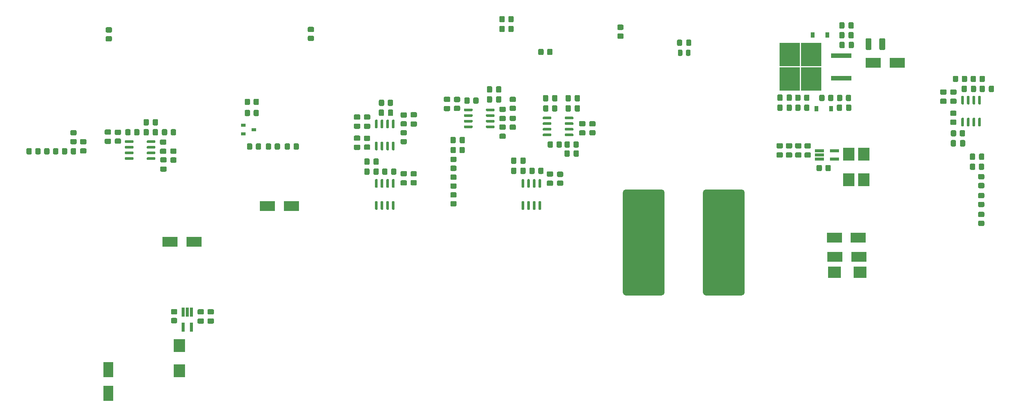
<source format=gtp>
G04 #@! TF.GenerationSoftware,KiCad,Pcbnew,(6.0.6)*
G04 #@! TF.CreationDate,2023-08-29T14:34:46+02:00*
G04 #@! TF.ProjectId,cuk-iso-ps,63756b2d-6973-46f2-9d70-732e6b696361,rev?*
G04 #@! TF.SameCoordinates,Original*
G04 #@! TF.FileFunction,Paste,Top*
G04 #@! TF.FilePolarity,Positive*
%FSLAX46Y46*%
G04 Gerber Fmt 4.6, Leading zero omitted, Abs format (unit mm)*
G04 Created by KiCad (PCBNEW (6.0.6)) date 2023-08-29 14:34:46*
%MOMM*%
%LPD*%
G01*
G04 APERTURE LIST*
%ADD10R,1.000000X0.700000*%
%ADD11R,4.550000X5.250000*%
%ADD12R,4.600000X1.100000*%
%ADD13R,2.300000X3.500000*%
%ADD14R,2.600000X2.918000*%
%ADD15R,3.500000X2.300000*%
%ADD16R,0.900000X1.200000*%
%ADD17R,0.650000X2.000000*%
%ADD18R,2.918000X2.600000*%
%ADD19R,2.000000X0.650000*%
G04 APERTURE END LIST*
D10*
X67650000Y-50050000D03*
X67650000Y-51950000D03*
X70050000Y-51000000D03*
G36*
G01*
X122475000Y-42425000D02*
X122475000Y-41475000D01*
G75*
G02*
X122725000Y-41225000I250000J0D01*
G01*
X123400000Y-41225000D01*
G75*
G02*
X123650000Y-41475000I0J-250000D01*
G01*
X123650000Y-42425000D01*
G75*
G02*
X123400000Y-42675000I-250000J0D01*
G01*
X122725000Y-42675000D01*
G75*
G02*
X122475000Y-42425000I0J250000D01*
G01*
G37*
G36*
G01*
X124550000Y-42425000D02*
X124550000Y-41475000D01*
G75*
G02*
X124800000Y-41225000I250000J0D01*
G01*
X125475000Y-41225000D01*
G75*
G02*
X125725000Y-41475000I0J-250000D01*
G01*
X125725000Y-42425000D01*
G75*
G02*
X125475000Y-42675000I-250000J0D01*
G01*
X124800000Y-42675000D01*
G75*
G02*
X124550000Y-42425000I0J250000D01*
G01*
G37*
G36*
G01*
X233325000Y-61000000D02*
X234225000Y-61000000D01*
G75*
G02*
X234475000Y-61250000I0J-250000D01*
G01*
X234475000Y-61950000D01*
G75*
G02*
X234225000Y-62200000I-250000J0D01*
G01*
X233325000Y-62200000D01*
G75*
G02*
X233075000Y-61950000I0J250000D01*
G01*
X233075000Y-61250000D01*
G75*
G02*
X233325000Y-61000000I250000J0D01*
G01*
G37*
G36*
G01*
X233325000Y-63000000D02*
X234225000Y-63000000D01*
G75*
G02*
X234475000Y-63250000I0J-250000D01*
G01*
X234475000Y-63950000D01*
G75*
G02*
X234225000Y-64200000I-250000J0D01*
G01*
X233325000Y-64200000D01*
G75*
G02*
X233075000Y-63950000I0J250000D01*
G01*
X233075000Y-63250000D01*
G75*
G02*
X233325000Y-63000000I250000J0D01*
G01*
G37*
G36*
G01*
X98900000Y-60906000D02*
X98900000Y-60006000D01*
G75*
G02*
X99150000Y-59756000I250000J0D01*
G01*
X99850000Y-59756000D01*
G75*
G02*
X100100000Y-60006000I0J-250000D01*
G01*
X100100000Y-60906000D01*
G75*
G02*
X99850000Y-61156000I-250000J0D01*
G01*
X99150000Y-61156000D01*
G75*
G02*
X98900000Y-60906000I0J250000D01*
G01*
G37*
G36*
G01*
X100900000Y-60906000D02*
X100900000Y-60006000D01*
G75*
G02*
X101150000Y-59756000I250000J0D01*
G01*
X101850000Y-59756000D01*
G75*
G02*
X102100000Y-60006000I0J-250000D01*
G01*
X102100000Y-60906000D01*
G75*
G02*
X101850000Y-61156000I-250000J0D01*
G01*
X101150000Y-61156000D01*
G75*
G02*
X100900000Y-60906000I0J250000D01*
G01*
G37*
D11*
X195525000Y-39635000D03*
X190675000Y-39635000D03*
X195525000Y-34085000D03*
X190675000Y-34085000D03*
D12*
X202250000Y-39400000D03*
X202250000Y-34320000D03*
G36*
G01*
X45174000Y-52070000D02*
X45174000Y-51120000D01*
G75*
G02*
X45424000Y-50870000I250000J0D01*
G01*
X46099000Y-50870000D01*
G75*
G02*
X46349000Y-51120000I0J-250000D01*
G01*
X46349000Y-52070000D01*
G75*
G02*
X46099000Y-52320000I-250000J0D01*
G01*
X45424000Y-52320000D01*
G75*
G02*
X45174000Y-52070000I0J250000D01*
G01*
G37*
G36*
G01*
X47249000Y-52070000D02*
X47249000Y-51120000D01*
G75*
G02*
X47499000Y-50870000I250000J0D01*
G01*
X48174000Y-50870000D01*
G75*
G02*
X48424000Y-51120000I0J-250000D01*
G01*
X48424000Y-52070000D01*
G75*
G02*
X48174000Y-52320000I-250000J0D01*
G01*
X47499000Y-52320000D01*
G75*
G02*
X47249000Y-52070000I0J250000D01*
G01*
G37*
G36*
G01*
X103300000Y-47100000D02*
X104200000Y-47100000D01*
G75*
G02*
X104450000Y-47350000I0J-250000D01*
G01*
X104450000Y-48050000D01*
G75*
G02*
X104200000Y-48300000I-250000J0D01*
G01*
X103300000Y-48300000D01*
G75*
G02*
X103050000Y-48050000I0J250000D01*
G01*
X103050000Y-47350000D01*
G75*
G02*
X103300000Y-47100000I250000J0D01*
G01*
G37*
G36*
G01*
X103300000Y-49100000D02*
X104200000Y-49100000D01*
G75*
G02*
X104450000Y-49350000I0J-250000D01*
G01*
X104450000Y-50050000D01*
G75*
G02*
X104200000Y-50300000I-250000J0D01*
G01*
X103300000Y-50300000D01*
G75*
G02*
X103050000Y-50050000I0J250000D01*
G01*
X103050000Y-49350000D01*
G75*
G02*
X103300000Y-49100000I250000J0D01*
G01*
G37*
G36*
G01*
X201812500Y-28015000D02*
X201812500Y-27065000D01*
G75*
G02*
X202062500Y-26815000I250000J0D01*
G01*
X202737500Y-26815000D01*
G75*
G02*
X202987500Y-27065000I0J-250000D01*
G01*
X202987500Y-28015000D01*
G75*
G02*
X202737500Y-28265000I-250000J0D01*
G01*
X202062500Y-28265000D01*
G75*
G02*
X201812500Y-28015000I0J250000D01*
G01*
G37*
G36*
G01*
X203887500Y-28015000D02*
X203887500Y-27065000D01*
G75*
G02*
X204137500Y-26815000I250000J0D01*
G01*
X204812500Y-26815000D01*
G75*
G02*
X205062500Y-27065000I0J-250000D01*
G01*
X205062500Y-28015000D01*
G75*
G02*
X204812500Y-28265000I-250000J0D01*
G01*
X204137500Y-28265000D01*
G75*
G02*
X203887500Y-28015000I0J250000D01*
G01*
G37*
G36*
G01*
X49175000Y-57220000D02*
X50125000Y-57220000D01*
G75*
G02*
X50375000Y-57470000I0J-250000D01*
G01*
X50375000Y-58145000D01*
G75*
G02*
X50125000Y-58395000I-250000J0D01*
G01*
X49175000Y-58395000D01*
G75*
G02*
X48925000Y-58145000I0J250000D01*
G01*
X48925000Y-57470000D01*
G75*
G02*
X49175000Y-57220000I250000J0D01*
G01*
G37*
G36*
G01*
X49175000Y-59295000D02*
X50125000Y-59295000D01*
G75*
G02*
X50375000Y-59545000I0J-250000D01*
G01*
X50375000Y-60220000D01*
G75*
G02*
X50125000Y-60470000I-250000J0D01*
G01*
X49175000Y-60470000D01*
G75*
G02*
X48925000Y-60220000I0J250000D01*
G01*
X48925000Y-59545000D01*
G75*
G02*
X49175000Y-59295000I250000J0D01*
G01*
G37*
G36*
G01*
X225720000Y-45200000D02*
X224770000Y-45200000D01*
G75*
G02*
X224520000Y-44950000I0J250000D01*
G01*
X224520000Y-44275000D01*
G75*
G02*
X224770000Y-44025000I250000J0D01*
G01*
X225720000Y-44025000D01*
G75*
G02*
X225970000Y-44275000I0J-250000D01*
G01*
X225970000Y-44950000D01*
G75*
G02*
X225720000Y-45200000I-250000J0D01*
G01*
G37*
G36*
G01*
X225720000Y-43125000D02*
X224770000Y-43125000D01*
G75*
G02*
X224520000Y-42875000I0J250000D01*
G01*
X224520000Y-42200000D01*
G75*
G02*
X224770000Y-41950000I250000J0D01*
G01*
X225720000Y-41950000D01*
G75*
G02*
X225970000Y-42200000I0J-250000D01*
G01*
X225970000Y-42875000D01*
G75*
G02*
X225720000Y-43125000I-250000J0D01*
G01*
G37*
G36*
G01*
X201850000Y-32415000D02*
X201850000Y-31465000D01*
G75*
G02*
X202100000Y-31215000I250000J0D01*
G01*
X202775000Y-31215000D01*
G75*
G02*
X203025000Y-31465000I0J-250000D01*
G01*
X203025000Y-32415000D01*
G75*
G02*
X202775000Y-32665000I-250000J0D01*
G01*
X202100000Y-32665000D01*
G75*
G02*
X201850000Y-32415000I0J250000D01*
G01*
G37*
G36*
G01*
X203925000Y-32415000D02*
X203925000Y-31465000D01*
G75*
G02*
X204175000Y-31215000I250000J0D01*
G01*
X204850000Y-31215000D01*
G75*
G02*
X205100000Y-31465000I0J-250000D01*
G01*
X205100000Y-32415000D01*
G75*
G02*
X204850000Y-32665000I-250000J0D01*
G01*
X204175000Y-32665000D01*
G75*
G02*
X203925000Y-32415000I0J250000D01*
G01*
G37*
G36*
G01*
X139350000Y-53900000D02*
X139350000Y-54800000D01*
G75*
G02*
X139100000Y-55050000I-250000J0D01*
G01*
X138400000Y-55050000D01*
G75*
G02*
X138150000Y-54800000I0J250000D01*
G01*
X138150000Y-53900000D01*
G75*
G02*
X138400000Y-53650000I250000J0D01*
G01*
X139100000Y-53650000D01*
G75*
G02*
X139350000Y-53900000I0J-250000D01*
G01*
G37*
G36*
G01*
X137350000Y-53900000D02*
X137350000Y-54800000D01*
G75*
G02*
X137100000Y-55050000I-250000J0D01*
G01*
X136400000Y-55050000D01*
G75*
G02*
X136150000Y-54800000I0J250000D01*
G01*
X136150000Y-53900000D01*
G75*
G02*
X136400000Y-53650000I250000J0D01*
G01*
X137100000Y-53650000D01*
G75*
G02*
X137350000Y-53900000I0J-250000D01*
G01*
G37*
G36*
G01*
X137153000Y-63655500D02*
X136203000Y-63655500D01*
G75*
G02*
X135953000Y-63405500I0J250000D01*
G01*
X135953000Y-62730500D01*
G75*
G02*
X136203000Y-62480500I250000J0D01*
G01*
X137153000Y-62480500D01*
G75*
G02*
X137403000Y-62730500I0J-250000D01*
G01*
X137403000Y-63405500D01*
G75*
G02*
X137153000Y-63655500I-250000J0D01*
G01*
G37*
G36*
G01*
X137153000Y-61580500D02*
X136203000Y-61580500D01*
G75*
G02*
X135953000Y-61330500I0J250000D01*
G01*
X135953000Y-60655500D01*
G75*
G02*
X136203000Y-60405500I250000J0D01*
G01*
X137153000Y-60405500D01*
G75*
G02*
X137403000Y-60655500I0J-250000D01*
G01*
X137403000Y-61330500D01*
G75*
G02*
X137153000Y-61580500I-250000J0D01*
G01*
G37*
G36*
G01*
X59825000Y-91437500D02*
X60775000Y-91437500D01*
G75*
G02*
X61025000Y-91687500I0J-250000D01*
G01*
X61025000Y-92362500D01*
G75*
G02*
X60775000Y-92612500I-250000J0D01*
G01*
X59825000Y-92612500D01*
G75*
G02*
X59575000Y-92362500I0J250000D01*
G01*
X59575000Y-91687500D01*
G75*
G02*
X59825000Y-91437500I250000J0D01*
G01*
G37*
G36*
G01*
X59825000Y-93512500D02*
X60775000Y-93512500D01*
G75*
G02*
X61025000Y-93762500I0J-250000D01*
G01*
X61025000Y-94437500D01*
G75*
G02*
X60775000Y-94687500I-250000J0D01*
G01*
X59825000Y-94687500D01*
G75*
G02*
X59575000Y-94437500I0J250000D01*
G01*
X59575000Y-93762500D01*
G75*
G02*
X59825000Y-93512500I250000J0D01*
G01*
G37*
G36*
G01*
X191125000Y-45585000D02*
X191125000Y-46535000D01*
G75*
G02*
X190875000Y-46785000I-250000J0D01*
G01*
X190200000Y-46785000D01*
G75*
G02*
X189950000Y-46535000I0J250000D01*
G01*
X189950000Y-45585000D01*
G75*
G02*
X190200000Y-45335000I250000J0D01*
G01*
X190875000Y-45335000D01*
G75*
G02*
X191125000Y-45585000I0J-250000D01*
G01*
G37*
G36*
G01*
X189050000Y-45585000D02*
X189050000Y-46535000D01*
G75*
G02*
X188800000Y-46785000I-250000J0D01*
G01*
X188125000Y-46785000D01*
G75*
G02*
X187875000Y-46535000I0J250000D01*
G01*
X187875000Y-45585000D01*
G75*
G02*
X188125000Y-45335000I250000J0D01*
G01*
X188800000Y-45335000D01*
G75*
G02*
X189050000Y-45585000I0J-250000D01*
G01*
G37*
G36*
G01*
X29850000Y-54300000D02*
X28950000Y-54300000D01*
G75*
G02*
X28700000Y-54050000I0J250000D01*
G01*
X28700000Y-53350000D01*
G75*
G02*
X28950000Y-53100000I250000J0D01*
G01*
X29850000Y-53100000D01*
G75*
G02*
X30100000Y-53350000I0J-250000D01*
G01*
X30100000Y-54050000D01*
G75*
G02*
X29850000Y-54300000I-250000J0D01*
G01*
G37*
G36*
G01*
X29850000Y-52300000D02*
X28950000Y-52300000D01*
G75*
G02*
X28700000Y-52050000I0J250000D01*
G01*
X28700000Y-51350000D01*
G75*
G02*
X28950000Y-51100000I250000J0D01*
G01*
X29850000Y-51100000D01*
G75*
G02*
X30100000Y-51350000I0J-250000D01*
G01*
X30100000Y-52050000D01*
G75*
G02*
X29850000Y-52300000I-250000J0D01*
G01*
G37*
G36*
G01*
X44250000Y-51145000D02*
X44250000Y-52045000D01*
G75*
G02*
X44000000Y-52295000I-250000J0D01*
G01*
X43300000Y-52295000D01*
G75*
G02*
X43050000Y-52045000I0J250000D01*
G01*
X43050000Y-51145000D01*
G75*
G02*
X43300000Y-50895000I250000J0D01*
G01*
X44000000Y-50895000D01*
G75*
G02*
X44250000Y-51145000I0J-250000D01*
G01*
G37*
G36*
G01*
X42250000Y-51145000D02*
X42250000Y-52045000D01*
G75*
G02*
X42000000Y-52295000I-250000J0D01*
G01*
X41300000Y-52295000D01*
G75*
G02*
X41050000Y-52045000I0J250000D01*
G01*
X41050000Y-51145000D01*
G75*
G02*
X41300000Y-50895000I250000J0D01*
G01*
X42000000Y-50895000D01*
G75*
G02*
X42250000Y-51145000I0J-250000D01*
G01*
G37*
G36*
G01*
X227045000Y-46725000D02*
X227945000Y-46725000D01*
G75*
G02*
X228195000Y-46975000I0J-250000D01*
G01*
X228195000Y-47675000D01*
G75*
G02*
X227945000Y-47925000I-250000J0D01*
G01*
X227045000Y-47925000D01*
G75*
G02*
X226795000Y-47675000I0J250000D01*
G01*
X226795000Y-46975000D01*
G75*
G02*
X227045000Y-46725000I250000J0D01*
G01*
G37*
G36*
G01*
X227045000Y-48725000D02*
X227945000Y-48725000D01*
G75*
G02*
X228195000Y-48975000I0J-250000D01*
G01*
X228195000Y-49675000D01*
G75*
G02*
X227945000Y-49925000I-250000J0D01*
G01*
X227045000Y-49925000D01*
G75*
G02*
X226795000Y-49675000I0J250000D01*
G01*
X226795000Y-48975000D01*
G75*
G02*
X227045000Y-48725000I250000J0D01*
G01*
G37*
G36*
G01*
X122475000Y-44675000D02*
X122475000Y-43725000D01*
G75*
G02*
X122725000Y-43475000I250000J0D01*
G01*
X123400000Y-43475000D01*
G75*
G02*
X123650000Y-43725000I0J-250000D01*
G01*
X123650000Y-44675000D01*
G75*
G02*
X123400000Y-44925000I-250000J0D01*
G01*
X122725000Y-44925000D01*
G75*
G02*
X122475000Y-44675000I0J250000D01*
G01*
G37*
G36*
G01*
X124550000Y-44675000D02*
X124550000Y-43725000D01*
G75*
G02*
X124800000Y-43475000I250000J0D01*
G01*
X125475000Y-43475000D01*
G75*
G02*
X125725000Y-43725000I0J-250000D01*
G01*
X125725000Y-44675000D01*
G75*
G02*
X125475000Y-44925000I-250000J0D01*
G01*
X124800000Y-44925000D01*
G75*
G02*
X124550000Y-44675000I0J250000D01*
G01*
G37*
G36*
G01*
X114275000Y-53825000D02*
X114275000Y-52875000D01*
G75*
G02*
X114525000Y-52625000I250000J0D01*
G01*
X115200000Y-52625000D01*
G75*
G02*
X115450000Y-52875000I0J-250000D01*
G01*
X115450000Y-53825000D01*
G75*
G02*
X115200000Y-54075000I-250000J0D01*
G01*
X114525000Y-54075000D01*
G75*
G02*
X114275000Y-53825000I0J250000D01*
G01*
G37*
G36*
G01*
X116350000Y-53825000D02*
X116350000Y-52875000D01*
G75*
G02*
X116600000Y-52625000I250000J0D01*
G01*
X117275000Y-52625000D01*
G75*
G02*
X117525000Y-52875000I0J-250000D01*
G01*
X117525000Y-53825000D01*
G75*
G02*
X117275000Y-54075000I-250000J0D01*
G01*
X116600000Y-54075000D01*
G75*
G02*
X116350000Y-53825000I0J250000D01*
G01*
G37*
G36*
G01*
X101375000Y-46725000D02*
X101375000Y-47675000D01*
G75*
G02*
X101125000Y-47925000I-250000J0D01*
G01*
X100450000Y-47925000D01*
G75*
G02*
X100200000Y-47675000I0J250000D01*
G01*
X100200000Y-46725000D01*
G75*
G02*
X100450000Y-46475000I250000J0D01*
G01*
X101125000Y-46475000D01*
G75*
G02*
X101375000Y-46725000I0J-250000D01*
G01*
G37*
G36*
G01*
X99300000Y-46725000D02*
X99300000Y-47675000D01*
G75*
G02*
X99050000Y-47925000I-250000J0D01*
G01*
X98375000Y-47925000D01*
G75*
G02*
X98125000Y-47675000I0J250000D01*
G01*
X98125000Y-46725000D01*
G75*
G02*
X98375000Y-46475000I250000J0D01*
G01*
X99050000Y-46475000D01*
G75*
G02*
X99300000Y-46725000I0J-250000D01*
G01*
G37*
D13*
X37250000Y-105000000D03*
X37250000Y-110400000D03*
G36*
G01*
X26000000Y-55425000D02*
X26000000Y-56325000D01*
G75*
G02*
X25750000Y-56575000I-250000J0D01*
G01*
X25050000Y-56575000D01*
G75*
G02*
X24800000Y-56325000I0J250000D01*
G01*
X24800000Y-55425000D01*
G75*
G02*
X25050000Y-55175000I250000J0D01*
G01*
X25750000Y-55175000D01*
G75*
G02*
X26000000Y-55425000I0J-250000D01*
G01*
G37*
G36*
G01*
X24000000Y-55425000D02*
X24000000Y-56325000D01*
G75*
G02*
X23750000Y-56575000I-250000J0D01*
G01*
X23050000Y-56575000D01*
G75*
G02*
X22800000Y-56325000I0J250000D01*
G01*
X22800000Y-55425000D01*
G75*
G02*
X23050000Y-55175000I250000J0D01*
G01*
X23750000Y-55175000D01*
G75*
G02*
X24000000Y-55425000I0J-250000D01*
G01*
G37*
G36*
G01*
X139414000Y-63652000D02*
X138514000Y-63652000D01*
G75*
G02*
X138264000Y-63402000I0J250000D01*
G01*
X138264000Y-62702000D01*
G75*
G02*
X138514000Y-62452000I250000J0D01*
G01*
X139414000Y-62452000D01*
G75*
G02*
X139664000Y-62702000I0J-250000D01*
G01*
X139664000Y-63402000D01*
G75*
G02*
X139414000Y-63652000I-250000J0D01*
G01*
G37*
G36*
G01*
X139414000Y-61652000D02*
X138514000Y-61652000D01*
G75*
G02*
X138264000Y-61402000I0J250000D01*
G01*
X138264000Y-60702000D01*
G75*
G02*
X138514000Y-60452000I250000J0D01*
G01*
X139414000Y-60452000D01*
G75*
G02*
X139664000Y-60702000I0J-250000D01*
G01*
X139664000Y-61402000D01*
G75*
G02*
X139414000Y-61652000I-250000J0D01*
G01*
G37*
G36*
G01*
X143185000Y-55907000D02*
X143185000Y-56857000D01*
G75*
G02*
X142935000Y-57107000I-250000J0D01*
G01*
X142260000Y-57107000D01*
G75*
G02*
X142010000Y-56857000I0J250000D01*
G01*
X142010000Y-55907000D01*
G75*
G02*
X142260000Y-55657000I250000J0D01*
G01*
X142935000Y-55657000D01*
G75*
G02*
X143185000Y-55907000I0J-250000D01*
G01*
G37*
G36*
G01*
X141110000Y-55907000D02*
X141110000Y-56857000D01*
G75*
G02*
X140860000Y-57107000I-250000J0D01*
G01*
X140185000Y-57107000D01*
G75*
G02*
X139935000Y-56857000I0J250000D01*
G01*
X139935000Y-55907000D01*
G75*
G02*
X140185000Y-55657000I250000J0D01*
G01*
X140860000Y-55657000D01*
G75*
G02*
X141110000Y-55907000I0J-250000D01*
G01*
G37*
G36*
G01*
X105525000Y-47075000D02*
X106475000Y-47075000D01*
G75*
G02*
X106725000Y-47325000I0J-250000D01*
G01*
X106725000Y-48000000D01*
G75*
G02*
X106475000Y-48250000I-250000J0D01*
G01*
X105525000Y-48250000D01*
G75*
G02*
X105275000Y-48000000I0J250000D01*
G01*
X105275000Y-47325000D01*
G75*
G02*
X105525000Y-47075000I250000J0D01*
G01*
G37*
G36*
G01*
X105525000Y-49150000D02*
X106475000Y-49150000D01*
G75*
G02*
X106725000Y-49400000I0J-250000D01*
G01*
X106725000Y-50075000D01*
G75*
G02*
X106475000Y-50325000I-250000J0D01*
G01*
X105525000Y-50325000D01*
G75*
G02*
X105275000Y-50075000I0J250000D01*
G01*
X105275000Y-49400000D01*
G75*
G02*
X105525000Y-49150000I250000J0D01*
G01*
G37*
D14*
X53250000Y-105309000D03*
X53250000Y-99591000D03*
G36*
G01*
X95975000Y-50825000D02*
X95025000Y-50825000D01*
G75*
G02*
X94775000Y-50575000I0J250000D01*
G01*
X94775000Y-49900000D01*
G75*
G02*
X95025000Y-49650000I250000J0D01*
G01*
X95975000Y-49650000D01*
G75*
G02*
X96225000Y-49900000I0J-250000D01*
G01*
X96225000Y-50575000D01*
G75*
G02*
X95975000Y-50825000I-250000J0D01*
G01*
G37*
G36*
G01*
X95975000Y-48750000D02*
X95025000Y-48750000D01*
G75*
G02*
X94775000Y-48500000I0J250000D01*
G01*
X94775000Y-47825000D01*
G75*
G02*
X95025000Y-47575000I250000J0D01*
G01*
X95975000Y-47575000D01*
G75*
G02*
X96225000Y-47825000I0J-250000D01*
G01*
X96225000Y-48500000D01*
G75*
G02*
X95975000Y-48750000I-250000J0D01*
G01*
G37*
G36*
G01*
X130745000Y-69050000D02*
X130445000Y-69050000D01*
G75*
G02*
X130295000Y-68900000I0J150000D01*
G01*
X130295000Y-67250000D01*
G75*
G02*
X130445000Y-67100000I150000J0D01*
G01*
X130745000Y-67100000D01*
G75*
G02*
X130895000Y-67250000I0J-150000D01*
G01*
X130895000Y-68900000D01*
G75*
G02*
X130745000Y-69050000I-150000J0D01*
G01*
G37*
G36*
G01*
X132015000Y-69050000D02*
X131715000Y-69050000D01*
G75*
G02*
X131565000Y-68900000I0J150000D01*
G01*
X131565000Y-67250000D01*
G75*
G02*
X131715000Y-67100000I150000J0D01*
G01*
X132015000Y-67100000D01*
G75*
G02*
X132165000Y-67250000I0J-150000D01*
G01*
X132165000Y-68900000D01*
G75*
G02*
X132015000Y-69050000I-150000J0D01*
G01*
G37*
G36*
G01*
X133285000Y-69050000D02*
X132985000Y-69050000D01*
G75*
G02*
X132835000Y-68900000I0J150000D01*
G01*
X132835000Y-67250000D01*
G75*
G02*
X132985000Y-67100000I150000J0D01*
G01*
X133285000Y-67100000D01*
G75*
G02*
X133435000Y-67250000I0J-150000D01*
G01*
X133435000Y-68900000D01*
G75*
G02*
X133285000Y-69050000I-150000J0D01*
G01*
G37*
G36*
G01*
X134555000Y-69050000D02*
X134255000Y-69050000D01*
G75*
G02*
X134105000Y-68900000I0J150000D01*
G01*
X134105000Y-67250000D01*
G75*
G02*
X134255000Y-67100000I150000J0D01*
G01*
X134555000Y-67100000D01*
G75*
G02*
X134705000Y-67250000I0J-150000D01*
G01*
X134705000Y-68900000D01*
G75*
G02*
X134555000Y-69050000I-150000J0D01*
G01*
G37*
G36*
G01*
X134555000Y-64100000D02*
X134255000Y-64100000D01*
G75*
G02*
X134105000Y-63950000I0J150000D01*
G01*
X134105000Y-62300000D01*
G75*
G02*
X134255000Y-62150000I150000J0D01*
G01*
X134555000Y-62150000D01*
G75*
G02*
X134705000Y-62300000I0J-150000D01*
G01*
X134705000Y-63950000D01*
G75*
G02*
X134555000Y-64100000I-150000J0D01*
G01*
G37*
G36*
G01*
X133285000Y-64100000D02*
X132985000Y-64100000D01*
G75*
G02*
X132835000Y-63950000I0J150000D01*
G01*
X132835000Y-62300000D01*
G75*
G02*
X132985000Y-62150000I150000J0D01*
G01*
X133285000Y-62150000D01*
G75*
G02*
X133435000Y-62300000I0J-150000D01*
G01*
X133435000Y-63950000D01*
G75*
G02*
X133285000Y-64100000I-150000J0D01*
G01*
G37*
G36*
G01*
X132015000Y-64100000D02*
X131715000Y-64100000D01*
G75*
G02*
X131565000Y-63950000I0J150000D01*
G01*
X131565000Y-62300000D01*
G75*
G02*
X131715000Y-62150000I150000J0D01*
G01*
X132015000Y-62150000D01*
G75*
G02*
X132165000Y-62300000I0J-150000D01*
G01*
X132165000Y-63950000D01*
G75*
G02*
X132015000Y-64100000I-150000J0D01*
G01*
G37*
G36*
G01*
X130745000Y-64100000D02*
X130445000Y-64100000D01*
G75*
G02*
X130295000Y-63950000I0J150000D01*
G01*
X130295000Y-62300000D01*
G75*
G02*
X130445000Y-62150000I150000J0D01*
G01*
X130745000Y-62150000D01*
G75*
G02*
X130895000Y-62300000I0J-150000D01*
G01*
X130895000Y-63950000D01*
G75*
G02*
X130745000Y-64100000I-150000J0D01*
G01*
G37*
G36*
G01*
X51600000Y-91400000D02*
X52500000Y-91400000D01*
G75*
G02*
X52750000Y-91650000I0J-250000D01*
G01*
X52750000Y-92350000D01*
G75*
G02*
X52500000Y-92600000I-250000J0D01*
G01*
X51600000Y-92600000D01*
G75*
G02*
X51350000Y-92350000I0J250000D01*
G01*
X51350000Y-91650000D01*
G75*
G02*
X51600000Y-91400000I250000J0D01*
G01*
G37*
G36*
G01*
X51600000Y-93400000D02*
X52500000Y-93400000D01*
G75*
G02*
X52750000Y-93650000I0J-250000D01*
G01*
X52750000Y-94350000D01*
G75*
G02*
X52500000Y-94600000I-250000J0D01*
G01*
X51600000Y-94600000D01*
G75*
G02*
X51350000Y-94350000I0J250000D01*
G01*
X51350000Y-93650000D01*
G75*
G02*
X51600000Y-93400000I250000J0D01*
G01*
G37*
G36*
G01*
X132030000Y-60724000D02*
X132030000Y-59824000D01*
G75*
G02*
X132280000Y-59574000I250000J0D01*
G01*
X132980000Y-59574000D01*
G75*
G02*
X133230000Y-59824000I0J-250000D01*
G01*
X133230000Y-60724000D01*
G75*
G02*
X132980000Y-60974000I-250000J0D01*
G01*
X132280000Y-60974000D01*
G75*
G02*
X132030000Y-60724000I0J250000D01*
G01*
G37*
G36*
G01*
X134030000Y-60724000D02*
X134030000Y-59824000D01*
G75*
G02*
X134280000Y-59574000I250000J0D01*
G01*
X134980000Y-59574000D01*
G75*
G02*
X135230000Y-59824000I0J-250000D01*
G01*
X135230000Y-60724000D01*
G75*
G02*
X134980000Y-60974000I-250000J0D01*
G01*
X134280000Y-60974000D01*
G75*
G02*
X134030000Y-60724000I0J250000D01*
G01*
G37*
G36*
G01*
X131191000Y-57513000D02*
X131191000Y-58463000D01*
G75*
G02*
X130941000Y-58713000I-250000J0D01*
G01*
X130266000Y-58713000D01*
G75*
G02*
X130016000Y-58463000I0J250000D01*
G01*
X130016000Y-57513000D01*
G75*
G02*
X130266000Y-57263000I250000J0D01*
G01*
X130941000Y-57263000D01*
G75*
G02*
X131191000Y-57513000I0J-250000D01*
G01*
G37*
G36*
G01*
X129116000Y-57513000D02*
X129116000Y-58463000D01*
G75*
G02*
X128866000Y-58713000I-250000J0D01*
G01*
X128191000Y-58713000D01*
G75*
G02*
X127941000Y-58463000I0J250000D01*
G01*
X127941000Y-57513000D01*
G75*
G02*
X128191000Y-57263000I250000J0D01*
G01*
X128866000Y-57263000D01*
G75*
G02*
X129116000Y-57513000I0J-250000D01*
G01*
G37*
G36*
G01*
X114500000Y-57100000D02*
X115400000Y-57100000D01*
G75*
G02*
X115650000Y-57350000I0J-250000D01*
G01*
X115650000Y-58050000D01*
G75*
G02*
X115400000Y-58300000I-250000J0D01*
G01*
X114500000Y-58300000D01*
G75*
G02*
X114250000Y-58050000I0J250000D01*
G01*
X114250000Y-57350000D01*
G75*
G02*
X114500000Y-57100000I250000J0D01*
G01*
G37*
G36*
G01*
X114500000Y-59100000D02*
X115400000Y-59100000D01*
G75*
G02*
X115650000Y-59350000I0J-250000D01*
G01*
X115650000Y-60050000D01*
G75*
G02*
X115400000Y-60300000I-250000J0D01*
G01*
X114500000Y-60300000D01*
G75*
G02*
X114250000Y-60050000I0J250000D01*
G01*
X114250000Y-59350000D01*
G75*
G02*
X114500000Y-59100000I250000J0D01*
G01*
G37*
G36*
G01*
X125295000Y-28780000D02*
X125295000Y-27880000D01*
G75*
G02*
X125545000Y-27630000I250000J0D01*
G01*
X126245000Y-27630000D01*
G75*
G02*
X126495000Y-27880000I0J-250000D01*
G01*
X126495000Y-28780000D01*
G75*
G02*
X126245000Y-29030000I-250000J0D01*
G01*
X125545000Y-29030000D01*
G75*
G02*
X125295000Y-28780000I0J250000D01*
G01*
G37*
G36*
G01*
X127295000Y-28780000D02*
X127295000Y-27880000D01*
G75*
G02*
X127545000Y-27630000I250000J0D01*
G01*
X128245000Y-27630000D01*
G75*
G02*
X128495000Y-27880000I0J-250000D01*
G01*
X128495000Y-28780000D01*
G75*
G02*
X128245000Y-29030000I-250000J0D01*
G01*
X127545000Y-29030000D01*
G75*
G02*
X127295000Y-28780000I0J250000D01*
G01*
G37*
G36*
G01*
X195100000Y-43360000D02*
X195100000Y-44260000D01*
G75*
G02*
X194850000Y-44510000I-250000J0D01*
G01*
X194150000Y-44510000D01*
G75*
G02*
X193900000Y-44260000I0J250000D01*
G01*
X193900000Y-43360000D01*
G75*
G02*
X194150000Y-43110000I250000J0D01*
G01*
X194850000Y-43110000D01*
G75*
G02*
X195100000Y-43360000I0J-250000D01*
G01*
G37*
G36*
G01*
X193100000Y-43360000D02*
X193100000Y-44260000D01*
G75*
G02*
X192850000Y-44510000I-250000J0D01*
G01*
X192150000Y-44510000D01*
G75*
G02*
X191900000Y-44260000I0J250000D01*
G01*
X191900000Y-43360000D01*
G75*
G02*
X192150000Y-43110000I250000J0D01*
G01*
X192850000Y-43110000D01*
G75*
G02*
X193100000Y-43360000I0J-250000D01*
G01*
G37*
G36*
G01*
X197300000Y-44310000D02*
X197300000Y-43410000D01*
G75*
G02*
X197550000Y-43160000I250000J0D01*
G01*
X198250000Y-43160000D01*
G75*
G02*
X198500000Y-43410000I0J-250000D01*
G01*
X198500000Y-44310000D01*
G75*
G02*
X198250000Y-44560000I-250000J0D01*
G01*
X197550000Y-44560000D01*
G75*
G02*
X197300000Y-44310000I0J250000D01*
G01*
G37*
G36*
G01*
X199300000Y-44310000D02*
X199300000Y-43410000D01*
G75*
G02*
X199550000Y-43160000I250000J0D01*
G01*
X200250000Y-43160000D01*
G75*
G02*
X200500000Y-43410000I0J-250000D01*
G01*
X200500000Y-44310000D01*
G75*
G02*
X200250000Y-44560000I-250000J0D01*
G01*
X199550000Y-44560000D01*
G75*
G02*
X199300000Y-44310000I0J250000D01*
G01*
G37*
G36*
G01*
X125525000Y-49835000D02*
X126475000Y-49835000D01*
G75*
G02*
X126725000Y-50085000I0J-250000D01*
G01*
X126725000Y-50760000D01*
G75*
G02*
X126475000Y-51010000I-250000J0D01*
G01*
X125525000Y-51010000D01*
G75*
G02*
X125275000Y-50760000I0J250000D01*
G01*
X125275000Y-50085000D01*
G75*
G02*
X125525000Y-49835000I250000J0D01*
G01*
G37*
G36*
G01*
X125525000Y-51910000D02*
X126475000Y-51910000D01*
G75*
G02*
X126725000Y-52160000I0J-250000D01*
G01*
X126725000Y-52835000D01*
G75*
G02*
X126475000Y-53085000I-250000J0D01*
G01*
X125525000Y-53085000D01*
G75*
G02*
X125275000Y-52835000I0J250000D01*
G01*
X125275000Y-52160000D01*
G75*
G02*
X125525000Y-51910000I250000J0D01*
G01*
G37*
G36*
G01*
X144425000Y-52325000D02*
X143475000Y-52325000D01*
G75*
G02*
X143225000Y-52075000I0J250000D01*
G01*
X143225000Y-51400000D01*
G75*
G02*
X143475000Y-51150000I250000J0D01*
G01*
X144425000Y-51150000D01*
G75*
G02*
X144675000Y-51400000I0J-250000D01*
G01*
X144675000Y-52075000D01*
G75*
G02*
X144425000Y-52325000I-250000J0D01*
G01*
G37*
G36*
G01*
X144425000Y-50250000D02*
X143475000Y-50250000D01*
G75*
G02*
X143225000Y-50000000I0J250000D01*
G01*
X143225000Y-49325000D01*
G75*
G02*
X143475000Y-49075000I250000J0D01*
G01*
X144425000Y-49075000D01*
G75*
G02*
X144675000Y-49325000I0J-250000D01*
G01*
X144675000Y-50000000D01*
G75*
G02*
X144425000Y-50250000I-250000J0D01*
G01*
G37*
G36*
G01*
X212150000Y-30665000D02*
X212150000Y-32815000D01*
G75*
G02*
X211900000Y-33065000I-250000J0D01*
G01*
X211100000Y-33065000D01*
G75*
G02*
X210850000Y-32815000I0J250000D01*
G01*
X210850000Y-30665000D01*
G75*
G02*
X211100000Y-30415000I250000J0D01*
G01*
X211900000Y-30415000D01*
G75*
G02*
X212150000Y-30665000I0J-250000D01*
G01*
G37*
G36*
G01*
X209050000Y-30665000D02*
X209050000Y-32815000D01*
G75*
G02*
X208800000Y-33065000I-250000J0D01*
G01*
X208000000Y-33065000D01*
G75*
G02*
X207750000Y-32815000I0J250000D01*
G01*
X207750000Y-30665000D01*
G75*
G02*
X208000000Y-30415000I250000J0D01*
G01*
X208800000Y-30415000D01*
G75*
G02*
X209050000Y-30665000I0J-250000D01*
G01*
G37*
G36*
G01*
X40950000Y-53845000D02*
X40950000Y-53545000D01*
G75*
G02*
X41100000Y-53395000I150000J0D01*
G01*
X42750000Y-53395000D01*
G75*
G02*
X42900000Y-53545000I0J-150000D01*
G01*
X42900000Y-53845000D01*
G75*
G02*
X42750000Y-53995000I-150000J0D01*
G01*
X41100000Y-53995000D01*
G75*
G02*
X40950000Y-53845000I0J150000D01*
G01*
G37*
G36*
G01*
X40950000Y-55115000D02*
X40950000Y-54815000D01*
G75*
G02*
X41100000Y-54665000I150000J0D01*
G01*
X42750000Y-54665000D01*
G75*
G02*
X42900000Y-54815000I0J-150000D01*
G01*
X42900000Y-55115000D01*
G75*
G02*
X42750000Y-55265000I-150000J0D01*
G01*
X41100000Y-55265000D01*
G75*
G02*
X40950000Y-55115000I0J150000D01*
G01*
G37*
G36*
G01*
X40950000Y-56385000D02*
X40950000Y-56085000D01*
G75*
G02*
X41100000Y-55935000I150000J0D01*
G01*
X42750000Y-55935000D01*
G75*
G02*
X42900000Y-56085000I0J-150000D01*
G01*
X42900000Y-56385000D01*
G75*
G02*
X42750000Y-56535000I-150000J0D01*
G01*
X41100000Y-56535000D01*
G75*
G02*
X40950000Y-56385000I0J150000D01*
G01*
G37*
G36*
G01*
X40950000Y-57655000D02*
X40950000Y-57355000D01*
G75*
G02*
X41100000Y-57205000I150000J0D01*
G01*
X42750000Y-57205000D01*
G75*
G02*
X42900000Y-57355000I0J-150000D01*
G01*
X42900000Y-57655000D01*
G75*
G02*
X42750000Y-57805000I-150000J0D01*
G01*
X41100000Y-57805000D01*
G75*
G02*
X40950000Y-57655000I0J150000D01*
G01*
G37*
G36*
G01*
X45900000Y-57655000D02*
X45900000Y-57355000D01*
G75*
G02*
X46050000Y-57205000I150000J0D01*
G01*
X47700000Y-57205000D01*
G75*
G02*
X47850000Y-57355000I0J-150000D01*
G01*
X47850000Y-57655000D01*
G75*
G02*
X47700000Y-57805000I-150000J0D01*
G01*
X46050000Y-57805000D01*
G75*
G02*
X45900000Y-57655000I0J150000D01*
G01*
G37*
G36*
G01*
X45900000Y-56385000D02*
X45900000Y-56085000D01*
G75*
G02*
X46050000Y-55935000I150000J0D01*
G01*
X47700000Y-55935000D01*
G75*
G02*
X47850000Y-56085000I0J-150000D01*
G01*
X47850000Y-56385000D01*
G75*
G02*
X47700000Y-56535000I-150000J0D01*
G01*
X46050000Y-56535000D01*
G75*
G02*
X45900000Y-56385000I0J150000D01*
G01*
G37*
G36*
G01*
X45900000Y-55115000D02*
X45900000Y-54815000D01*
G75*
G02*
X46050000Y-54665000I150000J0D01*
G01*
X47700000Y-54665000D01*
G75*
G02*
X47850000Y-54815000I0J-150000D01*
G01*
X47850000Y-55115000D01*
G75*
G02*
X47700000Y-55265000I-150000J0D01*
G01*
X46050000Y-55265000D01*
G75*
G02*
X45900000Y-55115000I0J150000D01*
G01*
G37*
G36*
G01*
X45900000Y-53845000D02*
X45900000Y-53545000D01*
G75*
G02*
X46050000Y-53395000I150000J0D01*
G01*
X47700000Y-53395000D01*
G75*
G02*
X47850000Y-53545000I0J-150000D01*
G01*
X47850000Y-53845000D01*
G75*
G02*
X47700000Y-53995000I-150000J0D01*
G01*
X46050000Y-53995000D01*
G75*
G02*
X45900000Y-53845000I0J150000D01*
G01*
G37*
G36*
G01*
X191125000Y-43335000D02*
X191125000Y-44285000D01*
G75*
G02*
X190875000Y-44535000I-250000J0D01*
G01*
X190200000Y-44535000D01*
G75*
G02*
X189950000Y-44285000I0J250000D01*
G01*
X189950000Y-43335000D01*
G75*
G02*
X190200000Y-43085000I250000J0D01*
G01*
X190875000Y-43085000D01*
G75*
G02*
X191125000Y-43335000I0J-250000D01*
G01*
G37*
G36*
G01*
X189050000Y-43335000D02*
X189050000Y-44285000D01*
G75*
G02*
X188800000Y-44535000I-250000J0D01*
G01*
X188125000Y-44535000D01*
G75*
G02*
X187875000Y-44285000I0J250000D01*
G01*
X187875000Y-43335000D01*
G75*
G02*
X188125000Y-43085000I250000J0D01*
G01*
X188800000Y-43085000D01*
G75*
G02*
X189050000Y-43335000I0J-250000D01*
G01*
G37*
G36*
G01*
X103300000Y-51100000D02*
X104200000Y-51100000D01*
G75*
G02*
X104450000Y-51350000I0J-250000D01*
G01*
X104450000Y-52050000D01*
G75*
G02*
X104200000Y-52300000I-250000J0D01*
G01*
X103300000Y-52300000D01*
G75*
G02*
X103050000Y-52050000I0J250000D01*
G01*
X103050000Y-51350000D01*
G75*
G02*
X103300000Y-51100000I250000J0D01*
G01*
G37*
G36*
G01*
X103300000Y-53100000D02*
X104200000Y-53100000D01*
G75*
G02*
X104450000Y-53350000I0J-250000D01*
G01*
X104450000Y-54050000D01*
G75*
G02*
X104200000Y-54300000I-250000J0D01*
G01*
X103300000Y-54300000D01*
G75*
G02*
X103050000Y-54050000I0J250000D01*
G01*
X103050000Y-53350000D01*
G75*
G02*
X103300000Y-53100000I250000J0D01*
G01*
G37*
D15*
X78450000Y-68245000D03*
X73050000Y-68245000D03*
G36*
G01*
X115300000Y-43610000D02*
X116200000Y-43610000D01*
G75*
G02*
X116450000Y-43860000I0J-250000D01*
G01*
X116450000Y-44560000D01*
G75*
G02*
X116200000Y-44810000I-250000J0D01*
G01*
X115300000Y-44810000D01*
G75*
G02*
X115050000Y-44560000I0J250000D01*
G01*
X115050000Y-43860000D01*
G75*
G02*
X115300000Y-43610000I250000J0D01*
G01*
G37*
G36*
G01*
X115300000Y-45610000D02*
X116200000Y-45610000D01*
G75*
G02*
X116450000Y-45860000I0J-250000D01*
G01*
X116450000Y-46560000D01*
G75*
G02*
X116200000Y-46810000I-250000J0D01*
G01*
X115300000Y-46810000D01*
G75*
G02*
X115050000Y-46560000I0J250000D01*
G01*
X115050000Y-45860000D01*
G75*
G02*
X115300000Y-45610000I250000J0D01*
G01*
G37*
D14*
X207300000Y-56541000D03*
X207300000Y-62259000D03*
D16*
X196650000Y-46260000D03*
X199950000Y-46260000D03*
G36*
G01*
X196700000Y-60100000D02*
X196700000Y-59200000D01*
G75*
G02*
X196950000Y-58950000I250000J0D01*
G01*
X197650000Y-58950000D01*
G75*
G02*
X197900000Y-59200000I0J-250000D01*
G01*
X197900000Y-60100000D01*
G75*
G02*
X197650000Y-60350000I-250000J0D01*
G01*
X196950000Y-60350000D01*
G75*
G02*
X196700000Y-60100000I0J250000D01*
G01*
G37*
G36*
G01*
X198700000Y-60100000D02*
X198700000Y-59200000D01*
G75*
G02*
X198950000Y-58950000I250000J0D01*
G01*
X199650000Y-58950000D01*
G75*
G02*
X199900000Y-59200000I0J-250000D01*
G01*
X199900000Y-60100000D01*
G75*
G02*
X199650000Y-60350000I-250000J0D01*
G01*
X198950000Y-60350000D01*
G75*
G02*
X198700000Y-60100000I0J250000D01*
G01*
G37*
G36*
G01*
X113025000Y-43585000D02*
X113975000Y-43585000D01*
G75*
G02*
X114225000Y-43835000I0J-250000D01*
G01*
X114225000Y-44510000D01*
G75*
G02*
X113975000Y-44760000I-250000J0D01*
G01*
X113025000Y-44760000D01*
G75*
G02*
X112775000Y-44510000I0J250000D01*
G01*
X112775000Y-43835000D01*
G75*
G02*
X113025000Y-43585000I250000J0D01*
G01*
G37*
G36*
G01*
X113025000Y-45660000D02*
X113975000Y-45660000D01*
G75*
G02*
X114225000Y-45910000I0J-250000D01*
G01*
X114225000Y-46585000D01*
G75*
G02*
X113975000Y-46835000I-250000J0D01*
G01*
X113025000Y-46835000D01*
G75*
G02*
X112775000Y-46585000I0J250000D01*
G01*
X112775000Y-45910000D01*
G75*
G02*
X113025000Y-45660000I250000J0D01*
G01*
G37*
D15*
X51150000Y-76250000D03*
X56550000Y-76250000D03*
G36*
G01*
X127850000Y-43600000D02*
X128750000Y-43600000D01*
G75*
G02*
X129000000Y-43850000I0J-250000D01*
G01*
X129000000Y-44550000D01*
G75*
G02*
X128750000Y-44800000I-250000J0D01*
G01*
X127850000Y-44800000D01*
G75*
G02*
X127600000Y-44550000I0J250000D01*
G01*
X127600000Y-43850000D01*
G75*
G02*
X127850000Y-43600000I250000J0D01*
G01*
G37*
G36*
G01*
X127850000Y-45600000D02*
X128750000Y-45600000D01*
G75*
G02*
X129000000Y-45850000I0J-250000D01*
G01*
X129000000Y-46550000D01*
G75*
G02*
X128750000Y-46800000I-250000J0D01*
G01*
X127850000Y-46800000D01*
G75*
G02*
X127600000Y-46550000I0J250000D01*
G01*
X127600000Y-45850000D01*
G75*
G02*
X127850000Y-45600000I250000J0D01*
G01*
G37*
G36*
G01*
X120600000Y-44010000D02*
X120600000Y-44910000D01*
G75*
G02*
X120350000Y-45160000I-250000J0D01*
G01*
X119650000Y-45160000D01*
G75*
G02*
X119400000Y-44910000I0J250000D01*
G01*
X119400000Y-44010000D01*
G75*
G02*
X119650000Y-43760000I250000J0D01*
G01*
X120350000Y-43760000D01*
G75*
G02*
X120600000Y-44010000I0J-250000D01*
G01*
G37*
G36*
G01*
X118600000Y-44010000D02*
X118600000Y-44910000D01*
G75*
G02*
X118350000Y-45160000I-250000J0D01*
G01*
X117650000Y-45160000D01*
G75*
G02*
X117400000Y-44910000I0J250000D01*
G01*
X117400000Y-44010000D01*
G75*
G02*
X117650000Y-43760000I250000J0D01*
G01*
X118350000Y-43760000D01*
G75*
G02*
X118600000Y-44010000I0J-250000D01*
G01*
G37*
G36*
G01*
X168325000Y-33240000D02*
X168325000Y-34140000D01*
G75*
G02*
X168075000Y-34390000I-250000J0D01*
G01*
X167550000Y-34390000D01*
G75*
G02*
X167300000Y-34140000I0J250000D01*
G01*
X167300000Y-33240000D01*
G75*
G02*
X167550000Y-32990000I250000J0D01*
G01*
X168075000Y-32990000D01*
G75*
G02*
X168325000Y-33240000I0J-250000D01*
G01*
G37*
G36*
G01*
X166500000Y-33240000D02*
X166500000Y-34140000D01*
G75*
G02*
X166250000Y-34390000I-250000J0D01*
G01*
X165725000Y-34390000D01*
G75*
G02*
X165475000Y-34140000I0J250000D01*
G01*
X165475000Y-33240000D01*
G75*
G02*
X165725000Y-32990000I250000J0D01*
G01*
X166250000Y-32990000D01*
G75*
G02*
X166500000Y-33240000I0J-250000D01*
G01*
G37*
G36*
G01*
X95050000Y-52350000D02*
X95950000Y-52350000D01*
G75*
G02*
X96200000Y-52600000I0J-250000D01*
G01*
X96200000Y-53300000D01*
G75*
G02*
X95950000Y-53550000I-250000J0D01*
G01*
X95050000Y-53550000D01*
G75*
G02*
X94800000Y-53300000I0J250000D01*
G01*
X94800000Y-52600000D01*
G75*
G02*
X95050000Y-52350000I250000J0D01*
G01*
G37*
G36*
G01*
X95050000Y-54350000D02*
X95950000Y-54350000D01*
G75*
G02*
X96200000Y-54600000I0J-250000D01*
G01*
X96200000Y-55300000D01*
G75*
G02*
X95950000Y-55550000I-250000J0D01*
G01*
X95050000Y-55550000D01*
G75*
G02*
X94800000Y-55300000I0J250000D01*
G01*
X94800000Y-54600000D01*
G75*
G02*
X95050000Y-54350000I250000J0D01*
G01*
G37*
G36*
G01*
X201300000Y-44310000D02*
X201300000Y-43410000D01*
G75*
G02*
X201550000Y-43160000I250000J0D01*
G01*
X202250000Y-43160000D01*
G75*
G02*
X202500000Y-43410000I0J-250000D01*
G01*
X202500000Y-44310000D01*
G75*
G02*
X202250000Y-44560000I-250000J0D01*
G01*
X201550000Y-44560000D01*
G75*
G02*
X201300000Y-44310000I0J250000D01*
G01*
G37*
G36*
G01*
X203300000Y-44310000D02*
X203300000Y-43410000D01*
G75*
G02*
X203550000Y-43160000I250000J0D01*
G01*
X204250000Y-43160000D01*
G75*
G02*
X204500000Y-43410000I0J-250000D01*
G01*
X204500000Y-44310000D01*
G75*
G02*
X204250000Y-44560000I-250000J0D01*
G01*
X203550000Y-44560000D01*
G75*
G02*
X203300000Y-44310000I0J250000D01*
G01*
G37*
G36*
G01*
X114500000Y-65100000D02*
X115400000Y-65100000D01*
G75*
G02*
X115650000Y-65350000I0J-250000D01*
G01*
X115650000Y-66050000D01*
G75*
G02*
X115400000Y-66300000I-250000J0D01*
G01*
X114500000Y-66300000D01*
G75*
G02*
X114250000Y-66050000I0J250000D01*
G01*
X114250000Y-65350000D01*
G75*
G02*
X114500000Y-65100000I250000J0D01*
G01*
G37*
G36*
G01*
X114500000Y-67100000D02*
X115400000Y-67100000D01*
G75*
G02*
X115650000Y-67350000I0J-250000D01*
G01*
X115650000Y-68050000D01*
G75*
G02*
X115400000Y-68300000I-250000J0D01*
G01*
X114500000Y-68300000D01*
G75*
G02*
X114250000Y-68050000I0J250000D01*
G01*
X114250000Y-67350000D01*
G75*
G02*
X114500000Y-67100000I250000J0D01*
G01*
G37*
D14*
X203950000Y-56541000D03*
X203950000Y-62259000D03*
G36*
G01*
X232620000Y-41350000D02*
X232620000Y-42300000D01*
G75*
G02*
X232370000Y-42550000I-250000J0D01*
G01*
X231695000Y-42550000D01*
G75*
G02*
X231445000Y-42300000I0J250000D01*
G01*
X231445000Y-41350000D01*
G75*
G02*
X231695000Y-41100000I250000J0D01*
G01*
X232370000Y-41100000D01*
G75*
G02*
X232620000Y-41350000I0J-250000D01*
G01*
G37*
G36*
G01*
X230545000Y-41350000D02*
X230545000Y-42300000D01*
G75*
G02*
X230295000Y-42550000I-250000J0D01*
G01*
X229620000Y-42550000D01*
G75*
G02*
X229370000Y-42300000I0J250000D01*
G01*
X229370000Y-41350000D01*
G75*
G02*
X229620000Y-41100000I250000J0D01*
G01*
X230295000Y-41100000D01*
G75*
G02*
X230545000Y-41350000I0J-250000D01*
G01*
G37*
G36*
G01*
X153084000Y-87680140D02*
X153084000Y-65119860D01*
G75*
G02*
X153741860Y-64462000I657860J0D01*
G01*
X161824140Y-64462000D01*
G75*
G02*
X162482000Y-65119860I0J-657860D01*
G01*
X162482000Y-87680140D01*
G75*
G02*
X161824140Y-88338000I-657860J0D01*
G01*
X153741860Y-88338000D01*
G75*
G02*
X153084000Y-87680140I0J657860D01*
G01*
G37*
G36*
G01*
X171118000Y-87680140D02*
X171118000Y-65119860D01*
G75*
G02*
X171775860Y-64462000I657860J0D01*
G01*
X179858140Y-64462000D01*
G75*
G02*
X180516000Y-65119860I0J-657860D01*
G01*
X180516000Y-87680140D01*
G75*
G02*
X179858140Y-88338000I-657860J0D01*
G01*
X171775860Y-88338000D01*
G75*
G02*
X171118000Y-87680140I0J657860D01*
G01*
G37*
G36*
G01*
X45174000Y-49820000D02*
X45174000Y-48870000D01*
G75*
G02*
X45424000Y-48620000I250000J0D01*
G01*
X46099000Y-48620000D01*
G75*
G02*
X46349000Y-48870000I0J-250000D01*
G01*
X46349000Y-49820000D01*
G75*
G02*
X46099000Y-50070000I-250000J0D01*
G01*
X45424000Y-50070000D01*
G75*
G02*
X45174000Y-49820000I0J250000D01*
G01*
G37*
G36*
G01*
X47249000Y-49820000D02*
X47249000Y-48870000D01*
G75*
G02*
X47499000Y-48620000I250000J0D01*
G01*
X48174000Y-48620000D01*
G75*
G02*
X48424000Y-48870000I0J-250000D01*
G01*
X48424000Y-49820000D01*
G75*
G02*
X48174000Y-50070000I-250000J0D01*
G01*
X47499000Y-50070000D01*
G75*
G02*
X47249000Y-49820000I0J250000D01*
G01*
G37*
G36*
G01*
X75900000Y-54350000D02*
X75900000Y-55250000D01*
G75*
G02*
X75650000Y-55500000I-250000J0D01*
G01*
X74950000Y-55500000D01*
G75*
G02*
X74700000Y-55250000I0J250000D01*
G01*
X74700000Y-54350000D01*
G75*
G02*
X74950000Y-54100000I250000J0D01*
G01*
X75650000Y-54100000D01*
G75*
G02*
X75900000Y-54350000I0J-250000D01*
G01*
G37*
G36*
G01*
X73900000Y-54350000D02*
X73900000Y-55250000D01*
G75*
G02*
X73650000Y-55500000I-250000J0D01*
G01*
X72950000Y-55500000D01*
G75*
G02*
X72700000Y-55250000I0J250000D01*
G01*
X72700000Y-54350000D01*
G75*
G02*
X72950000Y-54100000I250000J0D01*
G01*
X73650000Y-54100000D01*
G75*
G02*
X73900000Y-54350000I0J-250000D01*
G01*
G37*
G36*
G01*
X114300000Y-56050000D02*
X114300000Y-55150000D01*
G75*
G02*
X114550000Y-54900000I250000J0D01*
G01*
X115250000Y-54900000D01*
G75*
G02*
X115500000Y-55150000I0J-250000D01*
G01*
X115500000Y-56050000D01*
G75*
G02*
X115250000Y-56300000I-250000J0D01*
G01*
X114550000Y-56300000D01*
G75*
G02*
X114300000Y-56050000I0J250000D01*
G01*
G37*
G36*
G01*
X116300000Y-56050000D02*
X116300000Y-55150000D01*
G75*
G02*
X116550000Y-54900000I250000J0D01*
G01*
X117250000Y-54900000D01*
G75*
G02*
X117500000Y-55150000I0J-250000D01*
G01*
X117500000Y-56050000D01*
G75*
G02*
X117250000Y-56300000I-250000J0D01*
G01*
X116550000Y-56300000D01*
G75*
G02*
X116300000Y-56050000I0J250000D01*
G01*
G37*
G36*
G01*
X201812500Y-30215000D02*
X201812500Y-29265000D01*
G75*
G02*
X202062500Y-29015000I250000J0D01*
G01*
X202737500Y-29015000D01*
G75*
G02*
X202987500Y-29265000I0J-250000D01*
G01*
X202987500Y-30215000D01*
G75*
G02*
X202737500Y-30465000I-250000J0D01*
G01*
X202062500Y-30465000D01*
G75*
G02*
X201812500Y-30215000I0J250000D01*
G01*
G37*
G36*
G01*
X203887500Y-30215000D02*
X203887500Y-29265000D01*
G75*
G02*
X204137500Y-29015000I250000J0D01*
G01*
X204812500Y-29015000D01*
G75*
G02*
X205062500Y-29265000I0J-250000D01*
G01*
X205062500Y-30215000D01*
G75*
G02*
X204812500Y-30465000I-250000J0D01*
G01*
X204137500Y-30465000D01*
G75*
G02*
X203887500Y-30215000I0J250000D01*
G01*
G37*
G36*
G01*
X233407500Y-42300000D02*
X233407500Y-41350000D01*
G75*
G02*
X233657500Y-41100000I250000J0D01*
G01*
X234332500Y-41100000D01*
G75*
G02*
X234582500Y-41350000I0J-250000D01*
G01*
X234582500Y-42300000D01*
G75*
G02*
X234332500Y-42550000I-250000J0D01*
G01*
X233657500Y-42550000D01*
G75*
G02*
X233407500Y-42300000I0J250000D01*
G01*
G37*
G36*
G01*
X235482500Y-42300000D02*
X235482500Y-41350000D01*
G75*
G02*
X235732500Y-41100000I250000J0D01*
G01*
X236407500Y-41100000D01*
G75*
G02*
X236657500Y-41350000I0J-250000D01*
G01*
X236657500Y-42300000D01*
G75*
G02*
X236407500Y-42550000I-250000J0D01*
G01*
X235732500Y-42550000D01*
G75*
G02*
X235482500Y-42300000I0J250000D01*
G01*
G37*
G36*
G01*
X135062000Y-48531000D02*
X135062000Y-48231000D01*
G75*
G02*
X135212000Y-48081000I150000J0D01*
G01*
X136862000Y-48081000D01*
G75*
G02*
X137012000Y-48231000I0J-150000D01*
G01*
X137012000Y-48531000D01*
G75*
G02*
X136862000Y-48681000I-150000J0D01*
G01*
X135212000Y-48681000D01*
G75*
G02*
X135062000Y-48531000I0J150000D01*
G01*
G37*
G36*
G01*
X135062000Y-49801000D02*
X135062000Y-49501000D01*
G75*
G02*
X135212000Y-49351000I150000J0D01*
G01*
X136862000Y-49351000D01*
G75*
G02*
X137012000Y-49501000I0J-150000D01*
G01*
X137012000Y-49801000D01*
G75*
G02*
X136862000Y-49951000I-150000J0D01*
G01*
X135212000Y-49951000D01*
G75*
G02*
X135062000Y-49801000I0J150000D01*
G01*
G37*
G36*
G01*
X135062000Y-51071000D02*
X135062000Y-50771000D01*
G75*
G02*
X135212000Y-50621000I150000J0D01*
G01*
X136862000Y-50621000D01*
G75*
G02*
X137012000Y-50771000I0J-150000D01*
G01*
X137012000Y-51071000D01*
G75*
G02*
X136862000Y-51221000I-150000J0D01*
G01*
X135212000Y-51221000D01*
G75*
G02*
X135062000Y-51071000I0J150000D01*
G01*
G37*
G36*
G01*
X135062000Y-52341000D02*
X135062000Y-52041000D01*
G75*
G02*
X135212000Y-51891000I150000J0D01*
G01*
X136862000Y-51891000D01*
G75*
G02*
X137012000Y-52041000I0J-150000D01*
G01*
X137012000Y-52341000D01*
G75*
G02*
X136862000Y-52491000I-150000J0D01*
G01*
X135212000Y-52491000D01*
G75*
G02*
X135062000Y-52341000I0J150000D01*
G01*
G37*
G36*
G01*
X140012000Y-52341000D02*
X140012000Y-52041000D01*
G75*
G02*
X140162000Y-51891000I150000J0D01*
G01*
X141812000Y-51891000D01*
G75*
G02*
X141962000Y-52041000I0J-150000D01*
G01*
X141962000Y-52341000D01*
G75*
G02*
X141812000Y-52491000I-150000J0D01*
G01*
X140162000Y-52491000D01*
G75*
G02*
X140012000Y-52341000I0J150000D01*
G01*
G37*
G36*
G01*
X140012000Y-51071000D02*
X140012000Y-50771000D01*
G75*
G02*
X140162000Y-50621000I150000J0D01*
G01*
X141812000Y-50621000D01*
G75*
G02*
X141962000Y-50771000I0J-150000D01*
G01*
X141962000Y-51071000D01*
G75*
G02*
X141812000Y-51221000I-150000J0D01*
G01*
X140162000Y-51221000D01*
G75*
G02*
X140012000Y-51071000I0J150000D01*
G01*
G37*
G36*
G01*
X140012000Y-49801000D02*
X140012000Y-49501000D01*
G75*
G02*
X140162000Y-49351000I150000J0D01*
G01*
X141812000Y-49351000D01*
G75*
G02*
X141962000Y-49501000I0J-150000D01*
G01*
X141962000Y-49801000D01*
G75*
G02*
X141812000Y-49951000I-150000J0D01*
G01*
X140162000Y-49951000D01*
G75*
G02*
X140012000Y-49801000I0J150000D01*
G01*
G37*
G36*
G01*
X140012000Y-48531000D02*
X140012000Y-48231000D01*
G75*
G02*
X140162000Y-48081000I150000J0D01*
G01*
X141812000Y-48081000D01*
G75*
G02*
X141962000Y-48231000I0J-150000D01*
G01*
X141962000Y-48531000D01*
G75*
G02*
X141812000Y-48681000I-150000J0D01*
G01*
X140162000Y-48681000D01*
G75*
G02*
X140012000Y-48531000I0J150000D01*
G01*
G37*
G36*
G01*
X153000000Y-30550000D02*
X152100000Y-30550000D01*
G75*
G02*
X151850000Y-30300000I0J250000D01*
G01*
X151850000Y-29600000D01*
G75*
G02*
X152100000Y-29350000I250000J0D01*
G01*
X153000000Y-29350000D01*
G75*
G02*
X153250000Y-29600000I0J-250000D01*
G01*
X153250000Y-30300000D01*
G75*
G02*
X153000000Y-30550000I-250000J0D01*
G01*
G37*
G36*
G01*
X153000000Y-28550000D02*
X152100000Y-28550000D01*
G75*
G02*
X151850000Y-28300000I0J250000D01*
G01*
X151850000Y-27600000D01*
G75*
G02*
X152100000Y-27350000I250000J0D01*
G01*
X153000000Y-27350000D01*
G75*
G02*
X153250000Y-27600000I0J-250000D01*
G01*
X153250000Y-28300000D01*
G75*
G02*
X153000000Y-28550000I-250000J0D01*
G01*
G37*
G36*
G01*
X227395000Y-40025000D02*
X227395000Y-39125000D01*
G75*
G02*
X227645000Y-38875000I250000J0D01*
G01*
X228345000Y-38875000D01*
G75*
G02*
X228595000Y-39125000I0J-250000D01*
G01*
X228595000Y-40025000D01*
G75*
G02*
X228345000Y-40275000I-250000J0D01*
G01*
X227645000Y-40275000D01*
G75*
G02*
X227395000Y-40025000I0J250000D01*
G01*
G37*
G36*
G01*
X229395000Y-40025000D02*
X229395000Y-39125000D01*
G75*
G02*
X229645000Y-38875000I250000J0D01*
G01*
X230345000Y-38875000D01*
G75*
G02*
X230595000Y-39125000I0J-250000D01*
G01*
X230595000Y-40025000D01*
G75*
G02*
X230345000Y-40275000I-250000J0D01*
G01*
X229645000Y-40275000D01*
G75*
G02*
X229395000Y-40025000I0J250000D01*
G01*
G37*
G36*
G01*
X82400000Y-27850000D02*
X83300000Y-27850000D01*
G75*
G02*
X83550000Y-28100000I0J-250000D01*
G01*
X83550000Y-28800000D01*
G75*
G02*
X83300000Y-29050000I-250000J0D01*
G01*
X82400000Y-29050000D01*
G75*
G02*
X82150000Y-28800000I0J250000D01*
G01*
X82150000Y-28100000D01*
G75*
G02*
X82400000Y-27850000I250000J0D01*
G01*
G37*
G36*
G01*
X82400000Y-29850000D02*
X83300000Y-29850000D01*
G75*
G02*
X83550000Y-30100000I0J-250000D01*
G01*
X83550000Y-30800000D01*
G75*
G02*
X83300000Y-31050000I-250000J0D01*
G01*
X82400000Y-31050000D01*
G75*
G02*
X82150000Y-30800000I0J250000D01*
G01*
X82150000Y-30100000D01*
G75*
G02*
X82400000Y-29850000I250000J0D01*
G01*
G37*
G36*
G01*
X52350000Y-58445000D02*
X51450000Y-58445000D01*
G75*
G02*
X51200000Y-58195000I0J250000D01*
G01*
X51200000Y-57495000D01*
G75*
G02*
X51450000Y-57245000I250000J0D01*
G01*
X52350000Y-57245000D01*
G75*
G02*
X52600000Y-57495000I0J-250000D01*
G01*
X52600000Y-58195000D01*
G75*
G02*
X52350000Y-58445000I-250000J0D01*
G01*
G37*
G36*
G01*
X52350000Y-56445000D02*
X51450000Y-56445000D01*
G75*
G02*
X51200000Y-56195000I0J250000D01*
G01*
X51200000Y-55495000D01*
G75*
G02*
X51450000Y-55245000I250000J0D01*
G01*
X52350000Y-55245000D01*
G75*
G02*
X52600000Y-55495000I0J-250000D01*
G01*
X52600000Y-56195000D01*
G75*
G02*
X52350000Y-56445000I-250000J0D01*
G01*
G37*
G36*
G01*
X97745000Y-69050000D02*
X97445000Y-69050000D01*
G75*
G02*
X97295000Y-68900000I0J150000D01*
G01*
X97295000Y-67250000D01*
G75*
G02*
X97445000Y-67100000I150000J0D01*
G01*
X97745000Y-67100000D01*
G75*
G02*
X97895000Y-67250000I0J-150000D01*
G01*
X97895000Y-68900000D01*
G75*
G02*
X97745000Y-69050000I-150000J0D01*
G01*
G37*
G36*
G01*
X99015000Y-69050000D02*
X98715000Y-69050000D01*
G75*
G02*
X98565000Y-68900000I0J150000D01*
G01*
X98565000Y-67250000D01*
G75*
G02*
X98715000Y-67100000I150000J0D01*
G01*
X99015000Y-67100000D01*
G75*
G02*
X99165000Y-67250000I0J-150000D01*
G01*
X99165000Y-68900000D01*
G75*
G02*
X99015000Y-69050000I-150000J0D01*
G01*
G37*
G36*
G01*
X100285000Y-69050000D02*
X99985000Y-69050000D01*
G75*
G02*
X99835000Y-68900000I0J150000D01*
G01*
X99835000Y-67250000D01*
G75*
G02*
X99985000Y-67100000I150000J0D01*
G01*
X100285000Y-67100000D01*
G75*
G02*
X100435000Y-67250000I0J-150000D01*
G01*
X100435000Y-68900000D01*
G75*
G02*
X100285000Y-69050000I-150000J0D01*
G01*
G37*
G36*
G01*
X101555000Y-69050000D02*
X101255000Y-69050000D01*
G75*
G02*
X101105000Y-68900000I0J150000D01*
G01*
X101105000Y-67250000D01*
G75*
G02*
X101255000Y-67100000I150000J0D01*
G01*
X101555000Y-67100000D01*
G75*
G02*
X101705000Y-67250000I0J-150000D01*
G01*
X101705000Y-68900000D01*
G75*
G02*
X101555000Y-69050000I-150000J0D01*
G01*
G37*
G36*
G01*
X101555000Y-64100000D02*
X101255000Y-64100000D01*
G75*
G02*
X101105000Y-63950000I0J150000D01*
G01*
X101105000Y-62300000D01*
G75*
G02*
X101255000Y-62150000I150000J0D01*
G01*
X101555000Y-62150000D01*
G75*
G02*
X101705000Y-62300000I0J-150000D01*
G01*
X101705000Y-63950000D01*
G75*
G02*
X101555000Y-64100000I-150000J0D01*
G01*
G37*
G36*
G01*
X100285000Y-64100000D02*
X99985000Y-64100000D01*
G75*
G02*
X99835000Y-63950000I0J150000D01*
G01*
X99835000Y-62300000D01*
G75*
G02*
X99985000Y-62150000I150000J0D01*
G01*
X100285000Y-62150000D01*
G75*
G02*
X100435000Y-62300000I0J-150000D01*
G01*
X100435000Y-63950000D01*
G75*
G02*
X100285000Y-64100000I-150000J0D01*
G01*
G37*
G36*
G01*
X99015000Y-64100000D02*
X98715000Y-64100000D01*
G75*
G02*
X98565000Y-63950000I0J150000D01*
G01*
X98565000Y-62300000D01*
G75*
G02*
X98715000Y-62150000I150000J0D01*
G01*
X99015000Y-62150000D01*
G75*
G02*
X99165000Y-62300000I0J-150000D01*
G01*
X99165000Y-63950000D01*
G75*
G02*
X99015000Y-64100000I-150000J0D01*
G01*
G37*
G36*
G01*
X97745000Y-64100000D02*
X97445000Y-64100000D01*
G75*
G02*
X97295000Y-63950000I0J150000D01*
G01*
X97295000Y-62300000D01*
G75*
G02*
X97445000Y-62150000I150000J0D01*
G01*
X97745000Y-62150000D01*
G75*
G02*
X97895000Y-62300000I0J-150000D01*
G01*
X97895000Y-63950000D01*
G75*
G02*
X97745000Y-64100000I-150000J0D01*
G01*
G37*
G36*
G01*
X234595000Y-39125000D02*
X234595000Y-40025000D01*
G75*
G02*
X234345000Y-40275000I-250000J0D01*
G01*
X233645000Y-40275000D01*
G75*
G02*
X233395000Y-40025000I0J250000D01*
G01*
X233395000Y-39125000D01*
G75*
G02*
X233645000Y-38875000I250000J0D01*
G01*
X234345000Y-38875000D01*
G75*
G02*
X234595000Y-39125000I0J-250000D01*
G01*
G37*
G36*
G01*
X232595000Y-39125000D02*
X232595000Y-40025000D01*
G75*
G02*
X232345000Y-40275000I-250000J0D01*
G01*
X231645000Y-40275000D01*
G75*
G02*
X231395000Y-40025000I0J250000D01*
G01*
X231395000Y-39125000D01*
G75*
G02*
X231645000Y-38875000I250000J0D01*
G01*
X232345000Y-38875000D01*
G75*
G02*
X232595000Y-39125000I0J-250000D01*
G01*
G37*
G36*
G01*
X126475000Y-49085000D02*
X125525000Y-49085000D01*
G75*
G02*
X125275000Y-48835000I0J250000D01*
G01*
X125275000Y-48160000D01*
G75*
G02*
X125525000Y-47910000I250000J0D01*
G01*
X126475000Y-47910000D01*
G75*
G02*
X126725000Y-48160000I0J-250000D01*
G01*
X126725000Y-48835000D01*
G75*
G02*
X126475000Y-49085000I-250000J0D01*
G01*
G37*
G36*
G01*
X126475000Y-47010000D02*
X125525000Y-47010000D01*
G75*
G02*
X125275000Y-46760000I0J250000D01*
G01*
X125275000Y-46085000D01*
G75*
G02*
X125525000Y-45835000I250000J0D01*
G01*
X126475000Y-45835000D01*
G75*
G02*
X126725000Y-46085000I0J-250000D01*
G01*
X126725000Y-46760000D01*
G75*
G02*
X126475000Y-47010000I-250000J0D01*
G01*
G37*
G36*
G01*
X226937500Y-52275000D02*
X226937500Y-51375000D01*
G75*
G02*
X227187500Y-51125000I250000J0D01*
G01*
X227887500Y-51125000D01*
G75*
G02*
X228137500Y-51375000I0J-250000D01*
G01*
X228137500Y-52275000D01*
G75*
G02*
X227887500Y-52525000I-250000J0D01*
G01*
X227187500Y-52525000D01*
G75*
G02*
X226937500Y-52275000I0J250000D01*
G01*
G37*
G36*
G01*
X228937500Y-52275000D02*
X228937500Y-51375000D01*
G75*
G02*
X229187500Y-51125000I250000J0D01*
G01*
X229887500Y-51125000D01*
G75*
G02*
X230137500Y-51375000I0J-250000D01*
G01*
X230137500Y-52275000D01*
G75*
G02*
X229887500Y-52525000I-250000J0D01*
G01*
X229187500Y-52525000D01*
G75*
G02*
X228937500Y-52275000I0J250000D01*
G01*
G37*
G36*
G01*
X97745000Y-55660000D02*
X97445000Y-55660000D01*
G75*
G02*
X97295000Y-55510000I0J150000D01*
G01*
X97295000Y-53860000D01*
G75*
G02*
X97445000Y-53710000I150000J0D01*
G01*
X97745000Y-53710000D01*
G75*
G02*
X97895000Y-53860000I0J-150000D01*
G01*
X97895000Y-55510000D01*
G75*
G02*
X97745000Y-55660000I-150000J0D01*
G01*
G37*
G36*
G01*
X99015000Y-55660000D02*
X98715000Y-55660000D01*
G75*
G02*
X98565000Y-55510000I0J150000D01*
G01*
X98565000Y-53860000D01*
G75*
G02*
X98715000Y-53710000I150000J0D01*
G01*
X99015000Y-53710000D01*
G75*
G02*
X99165000Y-53860000I0J-150000D01*
G01*
X99165000Y-55510000D01*
G75*
G02*
X99015000Y-55660000I-150000J0D01*
G01*
G37*
G36*
G01*
X100285000Y-55660000D02*
X99985000Y-55660000D01*
G75*
G02*
X99835000Y-55510000I0J150000D01*
G01*
X99835000Y-53860000D01*
G75*
G02*
X99985000Y-53710000I150000J0D01*
G01*
X100285000Y-53710000D01*
G75*
G02*
X100435000Y-53860000I0J-150000D01*
G01*
X100435000Y-55510000D01*
G75*
G02*
X100285000Y-55660000I-150000J0D01*
G01*
G37*
G36*
G01*
X101555000Y-55660000D02*
X101255000Y-55660000D01*
G75*
G02*
X101105000Y-55510000I0J150000D01*
G01*
X101105000Y-53860000D01*
G75*
G02*
X101255000Y-53710000I150000J0D01*
G01*
X101555000Y-53710000D01*
G75*
G02*
X101705000Y-53860000I0J-150000D01*
G01*
X101705000Y-55510000D01*
G75*
G02*
X101555000Y-55660000I-150000J0D01*
G01*
G37*
G36*
G01*
X101555000Y-50710000D02*
X101255000Y-50710000D01*
G75*
G02*
X101105000Y-50560000I0J150000D01*
G01*
X101105000Y-48910000D01*
G75*
G02*
X101255000Y-48760000I150000J0D01*
G01*
X101555000Y-48760000D01*
G75*
G02*
X101705000Y-48910000I0J-150000D01*
G01*
X101705000Y-50560000D01*
G75*
G02*
X101555000Y-50710000I-150000J0D01*
G01*
G37*
G36*
G01*
X100285000Y-50710000D02*
X99985000Y-50710000D01*
G75*
G02*
X99835000Y-50560000I0J150000D01*
G01*
X99835000Y-48910000D01*
G75*
G02*
X99985000Y-48760000I150000J0D01*
G01*
X100285000Y-48760000D01*
G75*
G02*
X100435000Y-48910000I0J-150000D01*
G01*
X100435000Y-50560000D01*
G75*
G02*
X100285000Y-50710000I-150000J0D01*
G01*
G37*
G36*
G01*
X99015000Y-50710000D02*
X98715000Y-50710000D01*
G75*
G02*
X98565000Y-50560000I0J150000D01*
G01*
X98565000Y-48910000D01*
G75*
G02*
X98715000Y-48760000I150000J0D01*
G01*
X99015000Y-48760000D01*
G75*
G02*
X99165000Y-48910000I0J-150000D01*
G01*
X99165000Y-50560000D01*
G75*
G02*
X99015000Y-50710000I-150000J0D01*
G01*
G37*
G36*
G01*
X97745000Y-50710000D02*
X97445000Y-50710000D01*
G75*
G02*
X97295000Y-50560000I0J150000D01*
G01*
X97295000Y-48910000D01*
G75*
G02*
X97445000Y-48760000I150000J0D01*
G01*
X97745000Y-48760000D01*
G75*
G02*
X97895000Y-48910000I0J-150000D01*
G01*
X97895000Y-50560000D01*
G75*
G02*
X97745000Y-50710000I-150000J0D01*
G01*
G37*
G36*
G01*
X125295000Y-26580000D02*
X125295000Y-25680000D01*
G75*
G02*
X125545000Y-25430000I250000J0D01*
G01*
X126245000Y-25430000D01*
G75*
G02*
X126495000Y-25680000I0J-250000D01*
G01*
X126495000Y-26580000D01*
G75*
G02*
X126245000Y-26830000I-250000J0D01*
G01*
X125545000Y-26830000D01*
G75*
G02*
X125295000Y-26580000I0J250000D01*
G01*
G37*
G36*
G01*
X127295000Y-26580000D02*
X127295000Y-25680000D01*
G75*
G02*
X127545000Y-25430000I250000J0D01*
G01*
X128245000Y-25430000D01*
G75*
G02*
X128495000Y-25680000I0J-250000D01*
G01*
X128495000Y-26580000D01*
G75*
G02*
X128245000Y-26830000I-250000J0D01*
G01*
X127545000Y-26830000D01*
G75*
G02*
X127295000Y-26580000I0J250000D01*
G01*
G37*
G36*
G01*
X138359000Y-43461000D02*
X138359000Y-44411000D01*
G75*
G02*
X138109000Y-44661000I-250000J0D01*
G01*
X137434000Y-44661000D01*
G75*
G02*
X137184000Y-44411000I0J250000D01*
G01*
X137184000Y-43461000D01*
G75*
G02*
X137434000Y-43211000I250000J0D01*
G01*
X138109000Y-43211000D01*
G75*
G02*
X138359000Y-43461000I0J-250000D01*
G01*
G37*
G36*
G01*
X136284000Y-43461000D02*
X136284000Y-44411000D01*
G75*
G02*
X136034000Y-44661000I-250000J0D01*
G01*
X135359000Y-44661000D01*
G75*
G02*
X135109000Y-44411000I0J250000D01*
G01*
X135109000Y-43461000D01*
G75*
G02*
X135359000Y-43211000I250000J0D01*
G01*
X136034000Y-43211000D01*
G75*
G02*
X136284000Y-43461000I0J-250000D01*
G01*
G37*
G36*
G01*
X92775000Y-52325000D02*
X93725000Y-52325000D01*
G75*
G02*
X93975000Y-52575000I0J-250000D01*
G01*
X93975000Y-53250000D01*
G75*
G02*
X93725000Y-53500000I-250000J0D01*
G01*
X92775000Y-53500000D01*
G75*
G02*
X92525000Y-53250000I0J250000D01*
G01*
X92525000Y-52575000D01*
G75*
G02*
X92775000Y-52325000I250000J0D01*
G01*
G37*
G36*
G01*
X92775000Y-54400000D02*
X93725000Y-54400000D01*
G75*
G02*
X93975000Y-54650000I0J-250000D01*
G01*
X93975000Y-55325000D01*
G75*
G02*
X93725000Y-55575000I-250000J0D01*
G01*
X92775000Y-55575000D01*
G75*
G02*
X92525000Y-55325000I0J250000D01*
G01*
X92525000Y-54650000D01*
G75*
G02*
X92775000Y-54400000I250000J0D01*
G01*
G37*
G36*
G01*
X36900000Y-27950000D02*
X37800000Y-27950000D01*
G75*
G02*
X38050000Y-28200000I0J-250000D01*
G01*
X38050000Y-28900000D01*
G75*
G02*
X37800000Y-29150000I-250000J0D01*
G01*
X36900000Y-29150000D01*
G75*
G02*
X36650000Y-28900000I0J250000D01*
G01*
X36650000Y-28200000D01*
G75*
G02*
X36900000Y-27950000I250000J0D01*
G01*
G37*
G36*
G01*
X36900000Y-29950000D02*
X37800000Y-29950000D01*
G75*
G02*
X38050000Y-30200000I0J-250000D01*
G01*
X38050000Y-30900000D01*
G75*
G02*
X37800000Y-31150000I-250000J0D01*
G01*
X36900000Y-31150000D01*
G75*
G02*
X36650000Y-30900000I0J250000D01*
G01*
X36650000Y-30200000D01*
G75*
G02*
X36900000Y-29950000I250000J0D01*
G01*
G37*
G36*
G01*
X234462500Y-56625000D02*
X234462500Y-57575000D01*
G75*
G02*
X234212500Y-57825000I-250000J0D01*
G01*
X233537500Y-57825000D01*
G75*
G02*
X233287500Y-57575000I0J250000D01*
G01*
X233287500Y-56625000D01*
G75*
G02*
X233537500Y-56375000I250000J0D01*
G01*
X234212500Y-56375000D01*
G75*
G02*
X234462500Y-56625000I0J-250000D01*
G01*
G37*
G36*
G01*
X232387500Y-56625000D02*
X232387500Y-57575000D01*
G75*
G02*
X232137500Y-57825000I-250000J0D01*
G01*
X231462500Y-57825000D01*
G75*
G02*
X231212500Y-57575000I0J250000D01*
G01*
X231212500Y-56625000D01*
G75*
G02*
X231462500Y-56375000I250000J0D01*
G01*
X232137500Y-56375000D01*
G75*
G02*
X232387500Y-56625000I0J-250000D01*
G01*
G37*
G36*
G01*
X52500000Y-51145000D02*
X52500000Y-52045000D01*
G75*
G02*
X52250000Y-52295000I-250000J0D01*
G01*
X51550000Y-52295000D01*
G75*
G02*
X51300000Y-52045000I0J250000D01*
G01*
X51300000Y-51145000D01*
G75*
G02*
X51550000Y-50895000I250000J0D01*
G01*
X52250000Y-50895000D01*
G75*
G02*
X52500000Y-51145000I0J-250000D01*
G01*
G37*
G36*
G01*
X50500000Y-51145000D02*
X50500000Y-52045000D01*
G75*
G02*
X50250000Y-52295000I-250000J0D01*
G01*
X49550000Y-52295000D01*
G75*
G02*
X49300000Y-52045000I0J250000D01*
G01*
X49300000Y-51145000D01*
G75*
G02*
X49550000Y-50895000I250000J0D01*
G01*
X50250000Y-50895000D01*
G75*
G02*
X50500000Y-51145000I0J-250000D01*
G01*
G37*
G36*
G01*
X233325000Y-65250000D02*
X234225000Y-65250000D01*
G75*
G02*
X234475000Y-65500000I0J-250000D01*
G01*
X234475000Y-66200000D01*
G75*
G02*
X234225000Y-66450000I-250000J0D01*
G01*
X233325000Y-66450000D01*
G75*
G02*
X233075000Y-66200000I0J250000D01*
G01*
X233075000Y-65500000D01*
G75*
G02*
X233325000Y-65250000I250000J0D01*
G01*
G37*
G36*
G01*
X233325000Y-67250000D02*
X234225000Y-67250000D01*
G75*
G02*
X234475000Y-67500000I0J-250000D01*
G01*
X234475000Y-68200000D01*
G75*
G02*
X234225000Y-68450000I-250000J0D01*
G01*
X233325000Y-68450000D01*
G75*
G02*
X233075000Y-68200000I0J250000D01*
G01*
X233075000Y-67500000D01*
G75*
G02*
X233325000Y-67250000I250000J0D01*
G01*
G37*
G36*
G01*
X140189000Y-44411000D02*
X140189000Y-43461000D01*
G75*
G02*
X140439000Y-43211000I250000J0D01*
G01*
X141114000Y-43211000D01*
G75*
G02*
X141364000Y-43461000I0J-250000D01*
G01*
X141364000Y-44411000D01*
G75*
G02*
X141114000Y-44661000I-250000J0D01*
G01*
X140439000Y-44661000D01*
G75*
G02*
X140189000Y-44411000I0J250000D01*
G01*
G37*
G36*
G01*
X142264000Y-44411000D02*
X142264000Y-43461000D01*
G75*
G02*
X142514000Y-43211000I250000J0D01*
G01*
X143189000Y-43211000D01*
G75*
G02*
X143439000Y-43461000I0J-250000D01*
G01*
X143439000Y-44411000D01*
G75*
G02*
X143189000Y-44661000I-250000J0D01*
G01*
X142514000Y-44661000D01*
G75*
G02*
X142264000Y-44411000I0J250000D01*
G01*
G37*
G36*
G01*
X194225000Y-54062500D02*
X195175000Y-54062500D01*
G75*
G02*
X195425000Y-54312500I0J-250000D01*
G01*
X195425000Y-54987500D01*
G75*
G02*
X195175000Y-55237500I-250000J0D01*
G01*
X194225000Y-55237500D01*
G75*
G02*
X193975000Y-54987500I0J250000D01*
G01*
X193975000Y-54312500D01*
G75*
G02*
X194225000Y-54062500I250000J0D01*
G01*
G37*
G36*
G01*
X194225000Y-56137500D02*
X195175000Y-56137500D01*
G75*
G02*
X195425000Y-56387500I0J-250000D01*
G01*
X195425000Y-57062500D01*
G75*
G02*
X195175000Y-57312500I-250000J0D01*
G01*
X194225000Y-57312500D01*
G75*
G02*
X193975000Y-57062500I0J250000D01*
G01*
X193975000Y-56387500D01*
G75*
G02*
X194225000Y-56137500I250000J0D01*
G01*
G37*
D16*
X199150000Y-29700000D03*
X195850000Y-29700000D03*
G36*
G01*
X138334000Y-45772000D02*
X138334000Y-46672000D01*
G75*
G02*
X138084000Y-46922000I-250000J0D01*
G01*
X137384000Y-46922000D01*
G75*
G02*
X137134000Y-46672000I0J250000D01*
G01*
X137134000Y-45772000D01*
G75*
G02*
X137384000Y-45522000I250000J0D01*
G01*
X138084000Y-45522000D01*
G75*
G02*
X138334000Y-45772000I0J-250000D01*
G01*
G37*
G36*
G01*
X136334000Y-45772000D02*
X136334000Y-46672000D01*
G75*
G02*
X136084000Y-46922000I-250000J0D01*
G01*
X135384000Y-46922000D01*
G75*
G02*
X135134000Y-46672000I0J250000D01*
G01*
X135134000Y-45772000D01*
G75*
G02*
X135384000Y-45522000I250000J0D01*
G01*
X136084000Y-45522000D01*
G75*
G02*
X136334000Y-45772000I0J-250000D01*
G01*
G37*
G36*
G01*
X98125000Y-59981000D02*
X98125000Y-60931000D01*
G75*
G02*
X97875000Y-61181000I-250000J0D01*
G01*
X97200000Y-61181000D01*
G75*
G02*
X96950000Y-60931000I0J250000D01*
G01*
X96950000Y-59981000D01*
G75*
G02*
X97200000Y-59731000I250000J0D01*
G01*
X97875000Y-59731000D01*
G75*
G02*
X98125000Y-59981000I0J-250000D01*
G01*
G37*
G36*
G01*
X96050000Y-59981000D02*
X96050000Y-60931000D01*
G75*
G02*
X95800000Y-61181000I-250000J0D01*
G01*
X95125000Y-61181000D01*
G75*
G02*
X94875000Y-60931000I0J250000D01*
G01*
X94875000Y-59981000D01*
G75*
G02*
X95125000Y-59731000I250000J0D01*
G01*
X95800000Y-59731000D01*
G75*
G02*
X96050000Y-59981000I0J-250000D01*
G01*
G37*
G36*
G01*
X22000000Y-55425000D02*
X22000000Y-56325000D01*
G75*
G02*
X21750000Y-56575000I-250000J0D01*
G01*
X21050000Y-56575000D01*
G75*
G02*
X20800000Y-56325000I0J250000D01*
G01*
X20800000Y-55425000D01*
G75*
G02*
X21050000Y-55175000I250000J0D01*
G01*
X21750000Y-55175000D01*
G75*
G02*
X22000000Y-55425000I0J-250000D01*
G01*
G37*
G36*
G01*
X20000000Y-55425000D02*
X20000000Y-56325000D01*
G75*
G02*
X19750000Y-56575000I-250000J0D01*
G01*
X19050000Y-56575000D01*
G75*
G02*
X18800000Y-56325000I0J250000D01*
G01*
X18800000Y-55425000D01*
G75*
G02*
X19050000Y-55175000I250000J0D01*
G01*
X19750000Y-55175000D01*
G75*
G02*
X20000000Y-55425000I0J-250000D01*
G01*
G37*
G36*
G01*
X143160000Y-53900000D02*
X143160000Y-54800000D01*
G75*
G02*
X142910000Y-55050000I-250000J0D01*
G01*
X142210000Y-55050000D01*
G75*
G02*
X141960000Y-54800000I0J250000D01*
G01*
X141960000Y-53900000D01*
G75*
G02*
X142210000Y-53650000I250000J0D01*
G01*
X142910000Y-53650000D01*
G75*
G02*
X143160000Y-53900000I0J-250000D01*
G01*
G37*
G36*
G01*
X141160000Y-53900000D02*
X141160000Y-54800000D01*
G75*
G02*
X140910000Y-55050000I-250000J0D01*
G01*
X140210000Y-55050000D01*
G75*
G02*
X139960000Y-54800000I0J250000D01*
G01*
X139960000Y-53900000D01*
G75*
G02*
X140210000Y-53650000I250000J0D01*
G01*
X140910000Y-53650000D01*
G75*
G02*
X141160000Y-53900000I0J-250000D01*
G01*
G37*
G36*
G01*
X131191000Y-59799000D02*
X131191000Y-60749000D01*
G75*
G02*
X130941000Y-60999000I-250000J0D01*
G01*
X130266000Y-60999000D01*
G75*
G02*
X130016000Y-60749000I0J250000D01*
G01*
X130016000Y-59799000D01*
G75*
G02*
X130266000Y-59549000I250000J0D01*
G01*
X130941000Y-59549000D01*
G75*
G02*
X131191000Y-59799000I0J-250000D01*
G01*
G37*
G36*
G01*
X129116000Y-59799000D02*
X129116000Y-60749000D01*
G75*
G02*
X128866000Y-60999000I-250000J0D01*
G01*
X128191000Y-60999000D01*
G75*
G02*
X127941000Y-60749000I0J250000D01*
G01*
X127941000Y-59799000D01*
G75*
G02*
X128191000Y-59549000I250000J0D01*
G01*
X128866000Y-59549000D01*
G75*
G02*
X129116000Y-59799000I0J-250000D01*
G01*
G37*
G36*
G01*
X104225000Y-63581000D02*
X103275000Y-63581000D01*
G75*
G02*
X103025000Y-63331000I0J250000D01*
G01*
X103025000Y-62656000D01*
G75*
G02*
X103275000Y-62406000I250000J0D01*
G01*
X104225000Y-62406000D01*
G75*
G02*
X104475000Y-62656000I0J-250000D01*
G01*
X104475000Y-63331000D01*
G75*
G02*
X104225000Y-63581000I-250000J0D01*
G01*
G37*
G36*
G01*
X104225000Y-61506000D02*
X103275000Y-61506000D01*
G75*
G02*
X103025000Y-61256000I0J250000D01*
G01*
X103025000Y-60581000D01*
G75*
G02*
X103275000Y-60331000I250000J0D01*
G01*
X104225000Y-60331000D01*
G75*
G02*
X104475000Y-60581000I0J-250000D01*
G01*
X104475000Y-61256000D01*
G75*
G02*
X104225000Y-61506000I-250000J0D01*
G01*
G37*
D15*
X200700000Y-75300000D03*
X206100000Y-75300000D03*
G36*
G01*
X227970000Y-45200000D02*
X227020000Y-45200000D01*
G75*
G02*
X226770000Y-44950000I0J250000D01*
G01*
X226770000Y-44275000D01*
G75*
G02*
X227020000Y-44025000I250000J0D01*
G01*
X227970000Y-44025000D01*
G75*
G02*
X228220000Y-44275000I0J-250000D01*
G01*
X228220000Y-44950000D01*
G75*
G02*
X227970000Y-45200000I-250000J0D01*
G01*
G37*
G36*
G01*
X227970000Y-43125000D02*
X227020000Y-43125000D01*
G75*
G02*
X226770000Y-42875000I0J250000D01*
G01*
X226770000Y-42200000D01*
G75*
G02*
X227020000Y-41950000I250000J0D01*
G01*
X227970000Y-41950000D01*
G75*
G02*
X228220000Y-42200000I0J-250000D01*
G01*
X228220000Y-42875000D01*
G75*
G02*
X227970000Y-43125000I-250000J0D01*
G01*
G37*
G36*
G01*
X30000000Y-55425000D02*
X30000000Y-56325000D01*
G75*
G02*
X29750000Y-56575000I-250000J0D01*
G01*
X29050000Y-56575000D01*
G75*
G02*
X28800000Y-56325000I0J250000D01*
G01*
X28800000Y-55425000D01*
G75*
G02*
X29050000Y-55175000I250000J0D01*
G01*
X29750000Y-55175000D01*
G75*
G02*
X30000000Y-55425000I0J-250000D01*
G01*
G37*
G36*
G01*
X28000000Y-55425000D02*
X28000000Y-56325000D01*
G75*
G02*
X27750000Y-56575000I-250000J0D01*
G01*
X27050000Y-56575000D01*
G75*
G02*
X26800000Y-56325000I0J250000D01*
G01*
X26800000Y-55425000D01*
G75*
G02*
X27050000Y-55175000I250000J0D01*
G01*
X27750000Y-55175000D01*
G75*
G02*
X28000000Y-55425000I0J-250000D01*
G01*
G37*
G36*
G01*
X146686000Y-52300000D02*
X145786000Y-52300000D01*
G75*
G02*
X145536000Y-52050000I0J250000D01*
G01*
X145536000Y-51350000D01*
G75*
G02*
X145786000Y-51100000I250000J0D01*
G01*
X146686000Y-51100000D01*
G75*
G02*
X146936000Y-51350000I0J-250000D01*
G01*
X146936000Y-52050000D01*
G75*
G02*
X146686000Y-52300000I-250000J0D01*
G01*
G37*
G36*
G01*
X146686000Y-50300000D02*
X145786000Y-50300000D01*
G75*
G02*
X145536000Y-50050000I0J250000D01*
G01*
X145536000Y-49350000D01*
G75*
G02*
X145786000Y-49100000I250000J0D01*
G01*
X146686000Y-49100000D01*
G75*
G02*
X146936000Y-49350000I0J-250000D01*
G01*
X146936000Y-50050000D01*
G75*
G02*
X146686000Y-50300000I-250000J0D01*
G01*
G37*
G36*
G01*
X190025000Y-54050000D02*
X190975000Y-54050000D01*
G75*
G02*
X191225000Y-54300000I0J-250000D01*
G01*
X191225000Y-54975000D01*
G75*
G02*
X190975000Y-55225000I-250000J0D01*
G01*
X190025000Y-55225000D01*
G75*
G02*
X189775000Y-54975000I0J250000D01*
G01*
X189775000Y-54300000D01*
G75*
G02*
X190025000Y-54050000I250000J0D01*
G01*
G37*
G36*
G01*
X190025000Y-56125000D02*
X190975000Y-56125000D01*
G75*
G02*
X191225000Y-56375000I0J-250000D01*
G01*
X191225000Y-57050000D01*
G75*
G02*
X190975000Y-57300000I-250000J0D01*
G01*
X190025000Y-57300000D01*
G75*
G02*
X189775000Y-57050000I0J250000D01*
G01*
X189775000Y-56375000D01*
G75*
G02*
X190025000Y-56125000I250000J0D01*
G01*
G37*
G36*
G01*
X233325000Y-69500000D02*
X234225000Y-69500000D01*
G75*
G02*
X234475000Y-69750000I0J-250000D01*
G01*
X234475000Y-70450000D01*
G75*
G02*
X234225000Y-70700000I-250000J0D01*
G01*
X233325000Y-70700000D01*
G75*
G02*
X233075000Y-70450000I0J250000D01*
G01*
X233075000Y-69750000D01*
G75*
G02*
X233325000Y-69500000I250000J0D01*
G01*
G37*
G36*
G01*
X233325000Y-71500000D02*
X234225000Y-71500000D01*
G75*
G02*
X234475000Y-71750000I0J-250000D01*
G01*
X234475000Y-72450000D01*
G75*
G02*
X234225000Y-72700000I-250000J0D01*
G01*
X233325000Y-72700000D01*
G75*
G02*
X233075000Y-72450000I0J250000D01*
G01*
X233075000Y-71750000D01*
G75*
G02*
X233325000Y-71500000I250000J0D01*
G01*
G37*
G36*
G01*
X117300000Y-46705000D02*
X117300000Y-46405000D01*
G75*
G02*
X117450000Y-46255000I150000J0D01*
G01*
X119100000Y-46255000D01*
G75*
G02*
X119250000Y-46405000I0J-150000D01*
G01*
X119250000Y-46705000D01*
G75*
G02*
X119100000Y-46855000I-150000J0D01*
G01*
X117450000Y-46855000D01*
G75*
G02*
X117300000Y-46705000I0J150000D01*
G01*
G37*
G36*
G01*
X117300000Y-47975000D02*
X117300000Y-47675000D01*
G75*
G02*
X117450000Y-47525000I150000J0D01*
G01*
X119100000Y-47525000D01*
G75*
G02*
X119250000Y-47675000I0J-150000D01*
G01*
X119250000Y-47975000D01*
G75*
G02*
X119100000Y-48125000I-150000J0D01*
G01*
X117450000Y-48125000D01*
G75*
G02*
X117300000Y-47975000I0J150000D01*
G01*
G37*
G36*
G01*
X117300000Y-49245000D02*
X117300000Y-48945000D01*
G75*
G02*
X117450000Y-48795000I150000J0D01*
G01*
X119100000Y-48795000D01*
G75*
G02*
X119250000Y-48945000I0J-150000D01*
G01*
X119250000Y-49245000D01*
G75*
G02*
X119100000Y-49395000I-150000J0D01*
G01*
X117450000Y-49395000D01*
G75*
G02*
X117300000Y-49245000I0J150000D01*
G01*
G37*
G36*
G01*
X117300000Y-50515000D02*
X117300000Y-50215000D01*
G75*
G02*
X117450000Y-50065000I150000J0D01*
G01*
X119100000Y-50065000D01*
G75*
G02*
X119250000Y-50215000I0J-150000D01*
G01*
X119250000Y-50515000D01*
G75*
G02*
X119100000Y-50665000I-150000J0D01*
G01*
X117450000Y-50665000D01*
G75*
G02*
X117300000Y-50515000I0J150000D01*
G01*
G37*
G36*
G01*
X122250000Y-50515000D02*
X122250000Y-50215000D01*
G75*
G02*
X122400000Y-50065000I150000J0D01*
G01*
X124050000Y-50065000D01*
G75*
G02*
X124200000Y-50215000I0J-150000D01*
G01*
X124200000Y-50515000D01*
G75*
G02*
X124050000Y-50665000I-150000J0D01*
G01*
X122400000Y-50665000D01*
G75*
G02*
X122250000Y-50515000I0J150000D01*
G01*
G37*
G36*
G01*
X122250000Y-49245000D02*
X122250000Y-48945000D01*
G75*
G02*
X122400000Y-48795000I150000J0D01*
G01*
X124050000Y-48795000D01*
G75*
G02*
X124200000Y-48945000I0J-150000D01*
G01*
X124200000Y-49245000D01*
G75*
G02*
X124050000Y-49395000I-150000J0D01*
G01*
X122400000Y-49395000D01*
G75*
G02*
X122250000Y-49245000I0J150000D01*
G01*
G37*
G36*
G01*
X122250000Y-47975000D02*
X122250000Y-47675000D01*
G75*
G02*
X122400000Y-47525000I150000J0D01*
G01*
X124050000Y-47525000D01*
G75*
G02*
X124200000Y-47675000I0J-150000D01*
G01*
X124200000Y-47975000D01*
G75*
G02*
X124050000Y-48125000I-150000J0D01*
G01*
X122400000Y-48125000D01*
G75*
G02*
X122250000Y-47975000I0J150000D01*
G01*
G37*
G36*
G01*
X122250000Y-46705000D02*
X122250000Y-46405000D01*
G75*
G02*
X122400000Y-46255000I150000J0D01*
G01*
X124050000Y-46255000D01*
G75*
G02*
X124200000Y-46405000I0J-150000D01*
G01*
X124200000Y-46705000D01*
G75*
G02*
X124050000Y-46855000I-150000J0D01*
G01*
X122400000Y-46855000D01*
G75*
G02*
X122250000Y-46705000I0J150000D01*
G01*
G37*
G36*
G01*
X168500000Y-30990000D02*
X168500000Y-31890000D01*
G75*
G02*
X168250000Y-32140000I-250000J0D01*
G01*
X167600000Y-32140000D01*
G75*
G02*
X167350000Y-31890000I0J250000D01*
G01*
X167350000Y-30990000D01*
G75*
G02*
X167600000Y-30740000I250000J0D01*
G01*
X168250000Y-30740000D01*
G75*
G02*
X168500000Y-30990000I0J-250000D01*
G01*
G37*
G36*
G01*
X166450000Y-30990000D02*
X166450000Y-31890000D01*
G75*
G02*
X166200000Y-32140000I-250000J0D01*
G01*
X165550000Y-32140000D01*
G75*
G02*
X165300000Y-31890000I0J250000D01*
G01*
X165300000Y-30990000D01*
G75*
G02*
X165550000Y-30740000I250000J0D01*
G01*
X166200000Y-30740000D01*
G75*
G02*
X166450000Y-30990000I0J-250000D01*
G01*
G37*
G36*
G01*
X76950000Y-55250000D02*
X76950000Y-54350000D01*
G75*
G02*
X77200000Y-54100000I250000J0D01*
G01*
X77900000Y-54100000D01*
G75*
G02*
X78150000Y-54350000I0J-250000D01*
G01*
X78150000Y-55250000D01*
G75*
G02*
X77900000Y-55500000I-250000J0D01*
G01*
X77200000Y-55500000D01*
G75*
G02*
X76950000Y-55250000I0J250000D01*
G01*
G37*
G36*
G01*
X78950000Y-55250000D02*
X78950000Y-54350000D01*
G75*
G02*
X79200000Y-54100000I250000J0D01*
G01*
X79900000Y-54100000D01*
G75*
G02*
X80150000Y-54350000I0J-250000D01*
G01*
X80150000Y-55250000D01*
G75*
G02*
X79900000Y-55500000I-250000J0D01*
G01*
X79200000Y-55500000D01*
G75*
G02*
X78950000Y-55250000I0J250000D01*
G01*
G37*
G36*
G01*
X195100000Y-45610000D02*
X195100000Y-46510000D01*
G75*
G02*
X194850000Y-46760000I-250000J0D01*
G01*
X194150000Y-46760000D01*
G75*
G02*
X193900000Y-46510000I0J250000D01*
G01*
X193900000Y-45610000D01*
G75*
G02*
X194150000Y-45360000I250000J0D01*
G01*
X194850000Y-45360000D01*
G75*
G02*
X195100000Y-45610000I0J-250000D01*
G01*
G37*
G36*
G01*
X193100000Y-45610000D02*
X193100000Y-46510000D01*
G75*
G02*
X192850000Y-46760000I-250000J0D01*
G01*
X192150000Y-46760000D01*
G75*
G02*
X191900000Y-46510000I0J250000D01*
G01*
X191900000Y-45610000D01*
G75*
G02*
X192150000Y-45360000I250000J0D01*
G01*
X192850000Y-45360000D01*
G75*
G02*
X193100000Y-45610000I0J-250000D01*
G01*
G37*
G36*
G01*
X68450000Y-55250000D02*
X68450000Y-54350000D01*
G75*
G02*
X68700000Y-54100000I250000J0D01*
G01*
X69400000Y-54100000D01*
G75*
G02*
X69650000Y-54350000I0J-250000D01*
G01*
X69650000Y-55250000D01*
G75*
G02*
X69400000Y-55500000I-250000J0D01*
G01*
X68700000Y-55500000D01*
G75*
G02*
X68450000Y-55250000I0J250000D01*
G01*
G37*
G36*
G01*
X70450000Y-55250000D02*
X70450000Y-54350000D01*
G75*
G02*
X70700000Y-54100000I250000J0D01*
G01*
X71400000Y-54100000D01*
G75*
G02*
X71650000Y-54350000I0J-250000D01*
G01*
X71650000Y-55250000D01*
G75*
G02*
X71400000Y-55500000I-250000J0D01*
G01*
X70700000Y-55500000D01*
G75*
G02*
X70450000Y-55250000I0J250000D01*
G01*
G37*
G36*
G01*
X67950000Y-47700000D02*
X67950000Y-46800000D01*
G75*
G02*
X68200000Y-46550000I250000J0D01*
G01*
X68900000Y-46550000D01*
G75*
G02*
X69150000Y-46800000I0J-250000D01*
G01*
X69150000Y-47700000D01*
G75*
G02*
X68900000Y-47950000I-250000J0D01*
G01*
X68200000Y-47950000D01*
G75*
G02*
X67950000Y-47700000I0J250000D01*
G01*
G37*
G36*
G01*
X69950000Y-47700000D02*
X69950000Y-46800000D01*
G75*
G02*
X70200000Y-46550000I250000J0D01*
G01*
X70900000Y-46550000D01*
G75*
G02*
X71150000Y-46800000I0J-250000D01*
G01*
X71150000Y-47700000D01*
G75*
G02*
X70900000Y-47950000I-250000J0D01*
G01*
X70200000Y-47950000D01*
G75*
G02*
X69950000Y-47700000I0J250000D01*
G01*
G37*
G36*
G01*
X192125000Y-54050000D02*
X193075000Y-54050000D01*
G75*
G02*
X193325000Y-54300000I0J-250000D01*
G01*
X193325000Y-54975000D01*
G75*
G02*
X193075000Y-55225000I-250000J0D01*
G01*
X192125000Y-55225000D01*
G75*
G02*
X191875000Y-54975000I0J250000D01*
G01*
X191875000Y-54300000D01*
G75*
G02*
X192125000Y-54050000I250000J0D01*
G01*
G37*
G36*
G01*
X192125000Y-56125000D02*
X193075000Y-56125000D01*
G75*
G02*
X193325000Y-56375000I0J-250000D01*
G01*
X193325000Y-57050000D01*
G75*
G02*
X193075000Y-57300000I-250000J0D01*
G01*
X192125000Y-57300000D01*
G75*
G02*
X191875000Y-57050000I0J250000D01*
G01*
X191875000Y-56375000D01*
G75*
G02*
X192125000Y-56125000I250000J0D01*
G01*
G37*
G36*
G01*
X229740000Y-50275000D02*
X229440000Y-50275000D01*
G75*
G02*
X229290000Y-50125000I0J150000D01*
G01*
X229290000Y-48475000D01*
G75*
G02*
X229440000Y-48325000I150000J0D01*
G01*
X229740000Y-48325000D01*
G75*
G02*
X229890000Y-48475000I0J-150000D01*
G01*
X229890000Y-50125000D01*
G75*
G02*
X229740000Y-50275000I-150000J0D01*
G01*
G37*
G36*
G01*
X231010000Y-50275000D02*
X230710000Y-50275000D01*
G75*
G02*
X230560000Y-50125000I0J150000D01*
G01*
X230560000Y-48475000D01*
G75*
G02*
X230710000Y-48325000I150000J0D01*
G01*
X231010000Y-48325000D01*
G75*
G02*
X231160000Y-48475000I0J-150000D01*
G01*
X231160000Y-50125000D01*
G75*
G02*
X231010000Y-50275000I-150000J0D01*
G01*
G37*
G36*
G01*
X232280000Y-50275000D02*
X231980000Y-50275000D01*
G75*
G02*
X231830000Y-50125000I0J150000D01*
G01*
X231830000Y-48475000D01*
G75*
G02*
X231980000Y-48325000I150000J0D01*
G01*
X232280000Y-48325000D01*
G75*
G02*
X232430000Y-48475000I0J-150000D01*
G01*
X232430000Y-50125000D01*
G75*
G02*
X232280000Y-50275000I-150000J0D01*
G01*
G37*
G36*
G01*
X233550000Y-50275000D02*
X233250000Y-50275000D01*
G75*
G02*
X233100000Y-50125000I0J150000D01*
G01*
X233100000Y-48475000D01*
G75*
G02*
X233250000Y-48325000I150000J0D01*
G01*
X233550000Y-48325000D01*
G75*
G02*
X233700000Y-48475000I0J-150000D01*
G01*
X233700000Y-50125000D01*
G75*
G02*
X233550000Y-50275000I-150000J0D01*
G01*
G37*
G36*
G01*
X233550000Y-45325000D02*
X233250000Y-45325000D01*
G75*
G02*
X233100000Y-45175000I0J150000D01*
G01*
X233100000Y-43525000D01*
G75*
G02*
X233250000Y-43375000I150000J0D01*
G01*
X233550000Y-43375000D01*
G75*
G02*
X233700000Y-43525000I0J-150000D01*
G01*
X233700000Y-45175000D01*
G75*
G02*
X233550000Y-45325000I-150000J0D01*
G01*
G37*
G36*
G01*
X232280000Y-45325000D02*
X231980000Y-45325000D01*
G75*
G02*
X231830000Y-45175000I0J150000D01*
G01*
X231830000Y-43525000D01*
G75*
G02*
X231980000Y-43375000I150000J0D01*
G01*
X232280000Y-43375000D01*
G75*
G02*
X232430000Y-43525000I0J-150000D01*
G01*
X232430000Y-45175000D01*
G75*
G02*
X232280000Y-45325000I-150000J0D01*
G01*
G37*
G36*
G01*
X231010000Y-45325000D02*
X230710000Y-45325000D01*
G75*
G02*
X230560000Y-45175000I0J150000D01*
G01*
X230560000Y-43525000D01*
G75*
G02*
X230710000Y-43375000I150000J0D01*
G01*
X231010000Y-43375000D01*
G75*
G02*
X231160000Y-43525000I0J-150000D01*
G01*
X231160000Y-45175000D01*
G75*
G02*
X231010000Y-45325000I-150000J0D01*
G01*
G37*
G36*
G01*
X229740000Y-45325000D02*
X229440000Y-45325000D01*
G75*
G02*
X229290000Y-45175000I0J150000D01*
G01*
X229290000Y-43525000D01*
G75*
G02*
X229440000Y-43375000I150000J0D01*
G01*
X229740000Y-43375000D01*
G75*
G02*
X229890000Y-43525000I0J-150000D01*
G01*
X229890000Y-45175000D01*
G75*
G02*
X229740000Y-45325000I-150000J0D01*
G01*
G37*
G36*
G01*
X187925000Y-54050000D02*
X188875000Y-54050000D01*
G75*
G02*
X189125000Y-54300000I0J-250000D01*
G01*
X189125000Y-54975000D01*
G75*
G02*
X188875000Y-55225000I-250000J0D01*
G01*
X187925000Y-55225000D01*
G75*
G02*
X187675000Y-54975000I0J250000D01*
G01*
X187675000Y-54300000D01*
G75*
G02*
X187925000Y-54050000I250000J0D01*
G01*
G37*
G36*
G01*
X187925000Y-56125000D02*
X188875000Y-56125000D01*
G75*
G02*
X189125000Y-56375000I0J-250000D01*
G01*
X189125000Y-57050000D01*
G75*
G02*
X188875000Y-57300000I-250000J0D01*
G01*
X187925000Y-57300000D01*
G75*
G02*
X187675000Y-57050000I0J250000D01*
G01*
X187675000Y-56375000D01*
G75*
G02*
X187925000Y-56125000I250000J0D01*
G01*
G37*
G36*
G01*
X134050000Y-33950000D02*
X134050000Y-33050000D01*
G75*
G02*
X134300000Y-32800000I250000J0D01*
G01*
X135000000Y-32800000D01*
G75*
G02*
X135250000Y-33050000I0J-250000D01*
G01*
X135250000Y-33950000D01*
G75*
G02*
X135000000Y-34200000I-250000J0D01*
G01*
X134300000Y-34200000D01*
G75*
G02*
X134050000Y-33950000I0J250000D01*
G01*
G37*
G36*
G01*
X136050000Y-33950000D02*
X136050000Y-33050000D01*
G75*
G02*
X136300000Y-32800000I250000J0D01*
G01*
X137000000Y-32800000D01*
G75*
G02*
X137250000Y-33050000I0J-250000D01*
G01*
X137250000Y-33950000D01*
G75*
G02*
X137000000Y-34200000I-250000J0D01*
G01*
X136300000Y-34200000D01*
G75*
G02*
X136050000Y-33950000I0J250000D01*
G01*
G37*
G36*
G01*
X71150000Y-44300000D02*
X71150000Y-45200000D01*
G75*
G02*
X70900000Y-45450000I-250000J0D01*
G01*
X70200000Y-45450000D01*
G75*
G02*
X69950000Y-45200000I0J250000D01*
G01*
X69950000Y-44300000D01*
G75*
G02*
X70200000Y-44050000I250000J0D01*
G01*
X70900000Y-44050000D01*
G75*
G02*
X71150000Y-44300000I0J-250000D01*
G01*
G37*
G36*
G01*
X69150000Y-44300000D02*
X69150000Y-45200000D01*
G75*
G02*
X68900000Y-45450000I-250000J0D01*
G01*
X68200000Y-45450000D01*
G75*
G02*
X67950000Y-45200000I0J250000D01*
G01*
X67950000Y-44300000D01*
G75*
G02*
X68200000Y-44050000I250000J0D01*
G01*
X68900000Y-44050000D01*
G75*
G02*
X69150000Y-44300000I0J-250000D01*
G01*
G37*
G36*
G01*
X98125000Y-57731000D02*
X98125000Y-58681000D01*
G75*
G02*
X97875000Y-58931000I-250000J0D01*
G01*
X97200000Y-58931000D01*
G75*
G02*
X96950000Y-58681000I0J250000D01*
G01*
X96950000Y-57731000D01*
G75*
G02*
X97200000Y-57481000I250000J0D01*
G01*
X97875000Y-57481000D01*
G75*
G02*
X98125000Y-57731000I0J-250000D01*
G01*
G37*
G36*
G01*
X96050000Y-57731000D02*
X96050000Y-58681000D01*
G75*
G02*
X95800000Y-58931000I-250000J0D01*
G01*
X95125000Y-58931000D01*
G75*
G02*
X94875000Y-58681000I0J250000D01*
G01*
X94875000Y-57731000D01*
G75*
G02*
X95125000Y-57481000I250000J0D01*
G01*
X95800000Y-57481000D01*
G75*
G02*
X96050000Y-57731000I0J-250000D01*
G01*
G37*
G36*
G01*
X101350000Y-44500000D02*
X101350000Y-45400000D01*
G75*
G02*
X101100000Y-45650000I-250000J0D01*
G01*
X100400000Y-45650000D01*
G75*
G02*
X100150000Y-45400000I0J250000D01*
G01*
X100150000Y-44500000D01*
G75*
G02*
X100400000Y-44250000I250000J0D01*
G01*
X101100000Y-44250000D01*
G75*
G02*
X101350000Y-44500000I0J-250000D01*
G01*
G37*
G36*
G01*
X99350000Y-44500000D02*
X99350000Y-45400000D01*
G75*
G02*
X99100000Y-45650000I-250000J0D01*
G01*
X98400000Y-45650000D01*
G75*
G02*
X98150000Y-45400000I0J250000D01*
G01*
X98150000Y-44500000D01*
G75*
G02*
X98400000Y-44250000I250000J0D01*
G01*
X99100000Y-44250000D01*
G75*
G02*
X99350000Y-44500000I0J-250000D01*
G01*
G37*
G36*
G01*
X50068000Y-56470000D02*
X49118000Y-56470000D01*
G75*
G02*
X48868000Y-56220000I0J250000D01*
G01*
X48868000Y-55545000D01*
G75*
G02*
X49118000Y-55295000I250000J0D01*
G01*
X50068000Y-55295000D01*
G75*
G02*
X50318000Y-55545000I0J-250000D01*
G01*
X50318000Y-56220000D01*
G75*
G02*
X50068000Y-56470000I-250000J0D01*
G01*
G37*
G36*
G01*
X50068000Y-54395000D02*
X49118000Y-54395000D01*
G75*
G02*
X48868000Y-54145000I0J250000D01*
G01*
X48868000Y-53470000D01*
G75*
G02*
X49118000Y-53220000I250000J0D01*
G01*
X50068000Y-53220000D01*
G75*
G02*
X50318000Y-53470000I0J-250000D01*
G01*
X50318000Y-54145000D01*
G75*
G02*
X50068000Y-54395000I-250000J0D01*
G01*
G37*
G36*
G01*
X114500000Y-61100000D02*
X115400000Y-61100000D01*
G75*
G02*
X115650000Y-61350000I0J-250000D01*
G01*
X115650000Y-62050000D01*
G75*
G02*
X115400000Y-62300000I-250000J0D01*
G01*
X114500000Y-62300000D01*
G75*
G02*
X114250000Y-62050000I0J250000D01*
G01*
X114250000Y-61350000D01*
G75*
G02*
X114500000Y-61100000I250000J0D01*
G01*
G37*
G36*
G01*
X114500000Y-63100000D02*
X115400000Y-63100000D01*
G75*
G02*
X115650000Y-63350000I0J-250000D01*
G01*
X115650000Y-64050000D01*
G75*
G02*
X115400000Y-64300000I-250000J0D01*
G01*
X114500000Y-64300000D01*
G75*
G02*
X114250000Y-64050000I0J250000D01*
G01*
X114250000Y-63350000D01*
G75*
G02*
X114500000Y-63100000I250000J0D01*
G01*
G37*
G36*
G01*
X36675000Y-50970000D02*
X37625000Y-50970000D01*
G75*
G02*
X37875000Y-51220000I0J-250000D01*
G01*
X37875000Y-51895000D01*
G75*
G02*
X37625000Y-52145000I-250000J0D01*
G01*
X36675000Y-52145000D01*
G75*
G02*
X36425000Y-51895000I0J250000D01*
G01*
X36425000Y-51220000D01*
G75*
G02*
X36675000Y-50970000I250000J0D01*
G01*
G37*
G36*
G01*
X36675000Y-53045000D02*
X37625000Y-53045000D01*
G75*
G02*
X37875000Y-53295000I0J-250000D01*
G01*
X37875000Y-53970000D01*
G75*
G02*
X37625000Y-54220000I-250000J0D01*
G01*
X36675000Y-54220000D01*
G75*
G02*
X36425000Y-53970000I0J250000D01*
G01*
X36425000Y-53295000D01*
G75*
G02*
X36675000Y-53045000I250000J0D01*
G01*
G37*
D17*
X55950000Y-92059000D03*
X55000000Y-92059000D03*
X54050000Y-92059000D03*
X54050000Y-95479000D03*
X55950000Y-95479000D03*
D18*
X200757000Y-83150000D03*
X206475000Y-83150000D03*
G36*
G01*
X128750000Y-51050000D02*
X127850000Y-51050000D01*
G75*
G02*
X127600000Y-50800000I0J250000D01*
G01*
X127600000Y-50100000D01*
G75*
G02*
X127850000Y-49850000I250000J0D01*
G01*
X128750000Y-49850000D01*
G75*
G02*
X129000000Y-50100000I0J-250000D01*
G01*
X129000000Y-50800000D01*
G75*
G02*
X128750000Y-51050000I-250000J0D01*
G01*
G37*
G36*
G01*
X128750000Y-49050000D02*
X127850000Y-49050000D01*
G75*
G02*
X127600000Y-48800000I0J250000D01*
G01*
X127600000Y-48100000D01*
G75*
G02*
X127850000Y-47850000I250000J0D01*
G01*
X128750000Y-47850000D01*
G75*
G02*
X129000000Y-48100000I0J-250000D01*
G01*
X129000000Y-48800000D01*
G75*
G02*
X128750000Y-49050000I-250000J0D01*
G01*
G37*
G36*
G01*
X201275000Y-46535000D02*
X201275000Y-45585000D01*
G75*
G02*
X201525000Y-45335000I250000J0D01*
G01*
X202200000Y-45335000D01*
G75*
G02*
X202450000Y-45585000I0J-250000D01*
G01*
X202450000Y-46535000D01*
G75*
G02*
X202200000Y-46785000I-250000J0D01*
G01*
X201525000Y-46785000D01*
G75*
G02*
X201275000Y-46535000I0J250000D01*
G01*
G37*
G36*
G01*
X203350000Y-46535000D02*
X203350000Y-45585000D01*
G75*
G02*
X203600000Y-45335000I250000J0D01*
G01*
X204275000Y-45335000D01*
G75*
G02*
X204525000Y-45585000I0J-250000D01*
G01*
X204525000Y-46535000D01*
G75*
G02*
X204275000Y-46785000I-250000J0D01*
G01*
X203600000Y-46785000D01*
G75*
G02*
X203350000Y-46535000I0J250000D01*
G01*
G37*
G36*
G01*
X57575000Y-91437500D02*
X58525000Y-91437500D01*
G75*
G02*
X58775000Y-91687500I0J-250000D01*
G01*
X58775000Y-92362500D01*
G75*
G02*
X58525000Y-92612500I-250000J0D01*
G01*
X57575000Y-92612500D01*
G75*
G02*
X57325000Y-92362500I0J250000D01*
G01*
X57325000Y-91687500D01*
G75*
G02*
X57575000Y-91437500I250000J0D01*
G01*
G37*
G36*
G01*
X57575000Y-93512500D02*
X58525000Y-93512500D01*
G75*
G02*
X58775000Y-93762500I0J-250000D01*
G01*
X58775000Y-94437500D01*
G75*
G02*
X58525000Y-94687500I-250000J0D01*
G01*
X57575000Y-94687500D01*
G75*
G02*
X57325000Y-94437500I0J250000D01*
G01*
X57325000Y-93762500D01*
G75*
G02*
X57575000Y-93512500I250000J0D01*
G01*
G37*
D15*
X206250000Y-79600000D03*
X200850000Y-79600000D03*
D19*
X197330000Y-55750000D03*
X197330000Y-56700000D03*
X197330000Y-57650000D03*
X200750000Y-57650000D03*
X200750000Y-55750000D03*
D15*
X209450000Y-35940000D03*
X214850000Y-35940000D03*
G36*
G01*
X38950000Y-50995000D02*
X39850000Y-50995000D01*
G75*
G02*
X40100000Y-51245000I0J-250000D01*
G01*
X40100000Y-51945000D01*
G75*
G02*
X39850000Y-52195000I-250000J0D01*
G01*
X38950000Y-52195000D01*
G75*
G02*
X38700000Y-51945000I0J250000D01*
G01*
X38700000Y-51245000D01*
G75*
G02*
X38950000Y-50995000I250000J0D01*
G01*
G37*
G36*
G01*
X38950000Y-52995000D02*
X39850000Y-52995000D01*
G75*
G02*
X40100000Y-53245000I0J-250000D01*
G01*
X40100000Y-53945000D01*
G75*
G02*
X39850000Y-54195000I-250000J0D01*
G01*
X38950000Y-54195000D01*
G75*
G02*
X38700000Y-53945000I0J250000D01*
G01*
X38700000Y-53245000D01*
G75*
G02*
X38950000Y-52995000I250000J0D01*
G01*
G37*
G36*
G01*
X140189000Y-46697000D02*
X140189000Y-45747000D01*
G75*
G02*
X140439000Y-45497000I250000J0D01*
G01*
X141114000Y-45497000D01*
G75*
G02*
X141364000Y-45747000I0J-250000D01*
G01*
X141364000Y-46697000D01*
G75*
G02*
X141114000Y-46947000I-250000J0D01*
G01*
X140439000Y-46947000D01*
G75*
G02*
X140189000Y-46697000I0J250000D01*
G01*
G37*
G36*
G01*
X142264000Y-46697000D02*
X142264000Y-45747000D01*
G75*
G02*
X142514000Y-45497000I250000J0D01*
G01*
X143189000Y-45497000D01*
G75*
G02*
X143439000Y-45747000I0J-250000D01*
G01*
X143439000Y-46697000D01*
G75*
G02*
X143189000Y-46947000I-250000J0D01*
G01*
X142514000Y-46947000D01*
G75*
G02*
X142264000Y-46697000I0J250000D01*
G01*
G37*
G36*
G01*
X93725000Y-50825000D02*
X92775000Y-50825000D01*
G75*
G02*
X92525000Y-50575000I0J250000D01*
G01*
X92525000Y-49900000D01*
G75*
G02*
X92775000Y-49650000I250000J0D01*
G01*
X93725000Y-49650000D01*
G75*
G02*
X93975000Y-49900000I0J-250000D01*
G01*
X93975000Y-50575000D01*
G75*
G02*
X93725000Y-50825000I-250000J0D01*
G01*
G37*
G36*
G01*
X93725000Y-48750000D02*
X92775000Y-48750000D01*
G75*
G02*
X92525000Y-48500000I0J250000D01*
G01*
X92525000Y-47825000D01*
G75*
G02*
X92775000Y-47575000I250000J0D01*
G01*
X93725000Y-47575000D01*
G75*
G02*
X93975000Y-47825000I0J-250000D01*
G01*
X93975000Y-48500000D01*
G75*
G02*
X93725000Y-48750000I-250000J0D01*
G01*
G37*
G36*
G01*
X226912500Y-54550000D02*
X226912500Y-53600000D01*
G75*
G02*
X227162500Y-53350000I250000J0D01*
G01*
X227837500Y-53350000D01*
G75*
G02*
X228087500Y-53600000I0J-250000D01*
G01*
X228087500Y-54550000D01*
G75*
G02*
X227837500Y-54800000I-250000J0D01*
G01*
X227162500Y-54800000D01*
G75*
G02*
X226912500Y-54550000I0J250000D01*
G01*
G37*
G36*
G01*
X228987500Y-54550000D02*
X228987500Y-53600000D01*
G75*
G02*
X229237500Y-53350000I250000J0D01*
G01*
X229912500Y-53350000D01*
G75*
G02*
X230162500Y-53600000I0J-250000D01*
G01*
X230162500Y-54550000D01*
G75*
G02*
X229912500Y-54800000I-250000J0D01*
G01*
X229237500Y-54800000D01*
G75*
G02*
X228987500Y-54550000I0J250000D01*
G01*
G37*
G36*
G01*
X106450000Y-63556000D02*
X105550000Y-63556000D01*
G75*
G02*
X105300000Y-63306000I0J250000D01*
G01*
X105300000Y-62606000D01*
G75*
G02*
X105550000Y-62356000I250000J0D01*
G01*
X106450000Y-62356000D01*
G75*
G02*
X106700000Y-62606000I0J-250000D01*
G01*
X106700000Y-63306000D01*
G75*
G02*
X106450000Y-63556000I-250000J0D01*
G01*
G37*
G36*
G01*
X106450000Y-61556000D02*
X105550000Y-61556000D01*
G75*
G02*
X105300000Y-61306000I0J250000D01*
G01*
X105300000Y-60606000D01*
G75*
G02*
X105550000Y-60356000I250000J0D01*
G01*
X106450000Y-60356000D01*
G75*
G02*
X106700000Y-60606000I0J-250000D01*
G01*
X106700000Y-61306000D01*
G75*
G02*
X106450000Y-61556000I-250000J0D01*
G01*
G37*
G36*
G01*
X234425000Y-58900000D02*
X234425000Y-59800000D01*
G75*
G02*
X234175000Y-60050000I-250000J0D01*
G01*
X233475000Y-60050000D01*
G75*
G02*
X233225000Y-59800000I0J250000D01*
G01*
X233225000Y-58900000D01*
G75*
G02*
X233475000Y-58650000I250000J0D01*
G01*
X234175000Y-58650000D01*
G75*
G02*
X234425000Y-58900000I0J-250000D01*
G01*
G37*
G36*
G01*
X232425000Y-58900000D02*
X232425000Y-59800000D01*
G75*
G02*
X232175000Y-60050000I-250000J0D01*
G01*
X231475000Y-60050000D01*
G75*
G02*
X231225000Y-59800000I0J250000D01*
G01*
X231225000Y-58900000D01*
G75*
G02*
X231475000Y-58650000I250000J0D01*
G01*
X232175000Y-58650000D01*
G75*
G02*
X232425000Y-58900000I0J-250000D01*
G01*
G37*
G36*
G01*
X32075000Y-56387500D02*
X31125000Y-56387500D01*
G75*
G02*
X30875000Y-56137500I0J250000D01*
G01*
X30875000Y-55462500D01*
G75*
G02*
X31125000Y-55212500I250000J0D01*
G01*
X32075000Y-55212500D01*
G75*
G02*
X32325000Y-55462500I0J-250000D01*
G01*
X32325000Y-56137500D01*
G75*
G02*
X32075000Y-56387500I-250000J0D01*
G01*
G37*
G36*
G01*
X32075000Y-54312500D02*
X31125000Y-54312500D01*
G75*
G02*
X30875000Y-54062500I0J250000D01*
G01*
X30875000Y-53387500D01*
G75*
G02*
X31125000Y-53137500I250000J0D01*
G01*
X32075000Y-53137500D01*
G75*
G02*
X32325000Y-53387500I0J-250000D01*
G01*
X32325000Y-54062500D01*
G75*
G02*
X32075000Y-54312500I-250000J0D01*
G01*
G37*
M02*

</source>
